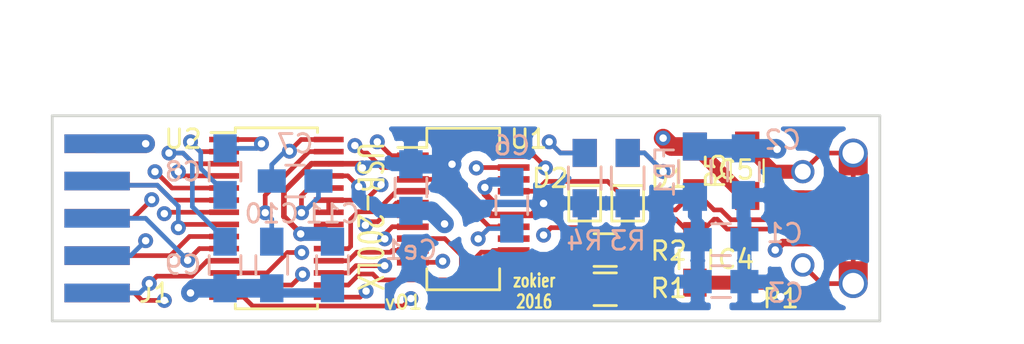
<source format=kicad_pcb>
(kicad_pcb (version 4) (host pcbnew 4.0.7)

  (general
    (links 71)
    (no_connects 0)
    (area 18.133571 25.3 76.85 43.47)
    (thickness 1.6)
    (drawings 9)
    (tracks 368)
    (zones 0)
    (modules 24)
    (nets 41)
  )

  (page A4)
  (layers
    (0 F.Cu signal)
    (1 In1.Cu power)
    (2 In2.Cu signal)
    (31 B.Cu signal)
    (32 B.Adhes user)
    (33 F.Adhes user)
    (34 B.Paste user)
    (35 F.Paste user)
    (36 B.SilkS user)
    (37 F.SilkS user)
    (38 B.Mask user)
    (39 F.Mask user)
    (40 Dwgs.User user)
    (41 Cmts.User user)
    (42 Eco1.User user)
    (43 Eco2.User user)
    (44 Edge.Cuts user)
    (45 Margin user)
    (46 B.CrtYd user)
    (47 F.CrtYd user)
    (48 B.Fab user)
    (49 F.Fab user)
  )

  (setup
    (last_trace_width 0.75)
    (user_trace_width 0.3)
    (user_trace_width 0.35)
    (user_trace_width 0.4)
    (user_trace_width 0.5)
    (user_trace_width 0.75)
    (user_trace_width 1)
    (trace_clearance 0.195)
    (zone_clearance 0.5)
    (zone_45_only yes)
    (trace_min 0.2)
    (segment_width 0.2)
    (edge_width 0.15)
    (via_size 0.8)
    (via_drill 0.4)
    (via_min_size 0.4)
    (via_min_drill 0.3)
    (uvia_size 0.3)
    (uvia_drill 0.1)
    (uvias_allowed no)
    (uvia_min_size 0.2)
    (uvia_min_drill 0.1)
    (pcb_text_width 0.3)
    (pcb_text_size 1.5 1.5)
    (mod_edge_width 0.15)
    (mod_text_size 1 1)
    (mod_text_width 0.15)
    (pad_size 1.2 1.55)
    (pad_drill 0)
    (pad_to_mask_clearance 0.1)
    (aux_axis_origin 0 0)
    (visible_elements FFFEFF7F)
    (pcbplotparams
      (layerselection 0x00030_ffffffff)
      (usegerberextensions false)
      (excludeedgelayer true)
      (linewidth 0.100000)
      (plotframeref false)
      (viasonmask false)
      (mode 1)
      (useauxorigin false)
      (hpglpennumber 1)
      (hpglpenspeed 20)
      (hpglpendiameter 15)
      (hpglpenoverlay 2)
      (psnegative false)
      (psa4output false)
      (plotreference true)
      (plotvalue true)
      (plotinvisibletext false)
      (padsonsilk false)
      (subtractmaskfromsilk false)
      (outputformat 1)
      (mirror false)
      (drillshape 1)
      (scaleselection 1)
      (outputdirectory svg/))
  )

  (net 0 "")
  (net 1 5VUSB)
  (net 2 GND)
  (net 3 "Net-(C6-Pad2)")
  (net 4 "Net-(C7-Pad1)")
  (net 5 "Net-(C7-Pad2)")
  (net 6 "Net-(C8-Pad1)")
  (net 7 "Net-(C8-Pad2)")
  (net 8 "Net-(C9-Pad1)")
  (net 9 "Net-(C10-Pad1)")
  (net 10 "Net-(D1-Pad1)")
  (net 11 "Net-(D1-Pad2)")
  (net 12 "Net-(D2-Pad1)")
  (net 13 "Net-(D2-Pad2)")
  (net 14 "Net-(J1-Pad6)")
  (net 15 "Net-(J1-Pad2)")
  (net 16 "Net-(J1-Pad3)")
  (net 17 "Net-(J1-Pad4)")
  (net 18 "Net-(J1-Pad1)")
  (net 19 "Net-(J1-Pad7)")
  (net 20 "Net-(J1-Pad8)")
  (net 21 "Net-(J1-Pad9)")
  (net 22 "Net-(P1-Pad4)")
  (net 23 "Net-(U1-Pad1)")
  (net 24 "Net-(U1-Pad2)")
  (net 25 "Net-(U1-Pad4)")
  (net 26 "Net-(U1-Pad5)")
  (net 27 "Net-(U1-Pad7)")
  (net 28 "Net-(U1-Pad8)")
  (net 29 "Net-(U1-Pad9)")
  (net 30 "Net-(U1-Pad18)")
  (net 31 "Net-(U1-Pad19)")
  (net 32 "Net-(U1-Pad20)")
  (net 33 "Net-(U2-Pad20)")
  (net 34 "Net-(U2-Pad21)")
  (net 35 /USB_D-)
  (net 36 /USB_D+)
  (net 37 /USB_DR+)
  (net 38 /USB_DR-)
  (net 39 /VUSB_R)
  (net 40 "Net-(P1-Pad6)")

  (net_class Default "This is the default net class."
    (clearance 0.195)
    (trace_width 0.25)
    (via_dia 0.8)
    (via_drill 0.4)
    (uvia_dia 0.3)
    (uvia_drill 0.1)
    (add_net /USB_D+)
    (add_net /USB_D-)
    (add_net /USB_DR+)
    (add_net /USB_DR-)
    (add_net /VUSB_R)
    (add_net 5VUSB)
    (add_net GND)
    (add_net "Net-(C10-Pad1)")
    (add_net "Net-(C6-Pad2)")
    (add_net "Net-(C7-Pad1)")
    (add_net "Net-(C7-Pad2)")
    (add_net "Net-(C8-Pad1)")
    (add_net "Net-(C8-Pad2)")
    (add_net "Net-(C9-Pad1)")
    (add_net "Net-(D1-Pad1)")
    (add_net "Net-(D1-Pad2)")
    (add_net "Net-(D2-Pad1)")
    (add_net "Net-(D2-Pad2)")
    (add_net "Net-(J1-Pad1)")
    (add_net "Net-(J1-Pad2)")
    (add_net "Net-(J1-Pad3)")
    (add_net "Net-(J1-Pad4)")
    (add_net "Net-(J1-Pad6)")
    (add_net "Net-(J1-Pad7)")
    (add_net "Net-(J1-Pad8)")
    (add_net "Net-(J1-Pad9)")
    (add_net "Net-(P1-Pad4)")
    (add_net "Net-(P1-Pad6)")
    (add_net "Net-(U1-Pad1)")
    (add_net "Net-(U1-Pad18)")
    (add_net "Net-(U1-Pad19)")
    (add_net "Net-(U1-Pad2)")
    (add_net "Net-(U1-Pad20)")
    (add_net "Net-(U1-Pad4)")
    (add_net "Net-(U1-Pad5)")
    (add_net "Net-(U1-Pad7)")
    (add_net "Net-(U1-Pad8)")
    (add_net "Net-(U1-Pad9)")
    (add_net "Net-(U2-Pad20)")
    (add_net "Net-(U2-Pad21)")
  )

  (module Capacitors_SMD:C_0805_HandSoldering (layer B.Cu) (tedit 541A9B8D) (tstamp 57803476)
    (at 34 34.5 180)
    (descr "Capacitor SMD 0805, hand soldering")
    (tags "capacitor 0805")
    (path /577D8665)
    (attr smd)
    (fp_text reference C7 (at 0 2 180) (layer B.SilkS)
      (effects (font (size 1 1) (thickness 0.15)) (justify mirror))
    )
    (fp_text value C (at 0 -2.1 180) (layer B.Fab)
      (effects (font (size 1 1) (thickness 0.15)) (justify mirror))
    )
    (fp_line (start -2.3 1) (end 2.3 1) (layer B.CrtYd) (width 0.05))
    (fp_line (start -2.3 -1) (end 2.3 -1) (layer B.CrtYd) (width 0.05))
    (fp_line (start -2.3 1) (end -2.3 -1) (layer B.CrtYd) (width 0.05))
    (fp_line (start 2.3 1) (end 2.3 -1) (layer B.CrtYd) (width 0.05))
    (fp_line (start 0.5 0.85) (end -0.5 0.85) (layer B.SilkS) (width 0.15))
    (fp_line (start -0.5 -0.85) (end 0.5 -0.85) (layer B.SilkS) (width 0.15))
    (pad 1 smd rect (at -1.25 0 180) (size 1.5 1.25) (layers B.Cu B.Paste B.Mask)
      (net 4 "Net-(C7-Pad1)"))
    (pad 2 smd rect (at 1.25 0 180) (size 1.5 1.25) (layers B.Cu B.Paste B.Mask)
      (net 5 "Net-(C7-Pad2)"))
    (model Capacitors_SMD.3dshapes/C_0805_HandSoldering.wrl
      (at (xyz 0 0 0))
      (scale (xyz 1 1 1))
      (rotate (xyz 0 0 0))
    )
  )

  (module ssop_20:TSSOP-28 (layer F.Cu) (tedit 577FDE42) (tstamp 5780354F)
    (at 33 36.5 270)
    (path /577D6896)
    (fp_text reference U2 (at -4.25 5 360) (layer F.SilkS)
      (effects (font (size 1 1) (thickness 0.15)))
    )
    (fp_text value TRS3243E (at 0 0 270) (layer F.Fab)
      (effects (font (size 1 1) (thickness 0.15)))
    )
    (fp_line (start -4.6 2.2) (end -4.6 3.5) (layer F.SilkS) (width 0.15))
    (fp_line (start -4.85 2.2) (end -4.6 2.2) (layer F.SilkS) (width 0.15))
    (fp_line (start -4.85 -2.2) (end -4.6 -2.2) (layer F.SilkS) (width 0.15))
    (fp_line (start 4.85 2.2) (end 4.6 2.2) (layer F.SilkS) (width 0.15))
    (fp_line (start 4.85 -2.2) (end 4.6 -2.2) (layer F.SilkS) (width 0.15))
    (fp_line (start 4.85 -2.2) (end 4.85 2.2) (layer F.SilkS) (width 0.15))
    (fp_line (start -4.85 -2.2) (end -4.85 2.2) (layer F.SilkS) (width 0.15))
    (pad 1 smd rect (at -4.225 2.8 270) (size 0.3 1.6) (layers F.Cu F.Paste F.Mask)
      (net 7 "Net-(C8-Pad2)"))
    (pad 2 smd rect (at -3.575 2.8 270) (size 0.3 1.6) (layers F.Cu F.Paste F.Mask)
      (net 6 "Net-(C8-Pad1)"))
    (pad 3 smd rect (at -2.925 2.8 270) (size 0.3 1.6) (layers F.Cu F.Paste F.Mask)
      (net 8 "Net-(C9-Pad1)"))
    (pad 4 smd rect (at -2.275 2.8 270) (size 0.3 1.6) (layers F.Cu F.Paste F.Mask)
      (net 16 "Net-(J1-Pad3)"))
    (pad 5 smd rect (at -1.625 2.8 270) (size 0.3 1.6) (layers F.Cu F.Paste F.Mask)
      (net 19 "Net-(J1-Pad7)"))
    (pad 6 smd rect (at -0.975 2.8 270) (size 0.3 1.6) (layers F.Cu F.Paste F.Mask)
      (net 17 "Net-(J1-Pad4)"))
    (pad 7 smd rect (at -0.325 2.8 270) (size 0.3 1.6) (layers F.Cu F.Paste F.Mask)
      (net 18 "Net-(J1-Pad1)"))
    (pad 8 smd rect (at 0.325 2.8 270) (size 0.3 1.6) (layers F.Cu F.Paste F.Mask)
      (net 21 "Net-(J1-Pad9)"))
    (pad 9 smd rect (at 0.975 2.8 270) (size 0.3 1.6) (layers F.Cu F.Paste F.Mask)
      (net 15 "Net-(J1-Pad2)"))
    (pad 10 smd rect (at 1.625 2.8 270) (size 0.3 1.6) (layers F.Cu F.Paste F.Mask)
      (net 20 "Net-(J1-Pad8)"))
    (pad 11 smd rect (at 2.275 2.8 270) (size 0.3 1.6) (layers F.Cu F.Paste F.Mask)
      (net 14 "Net-(J1-Pad6)"))
    (pad 12 smd rect (at 2.925 2.8 270) (size 0.3 1.6) (layers F.Cu F.Paste F.Mask)
      (net 23 "Net-(U1-Pad1)"))
    (pad 13 smd rect (at 3.575 2.8 270) (size 0.3 1.6) (layers F.Cu F.Paste F.Mask)
      (net 24 "Net-(U1-Pad2)"))
    (pad 14 smd rect (at 4.225 2.8 270) (size 0.3 1.6) (layers F.Cu F.Paste F.Mask)
      (net 32 "Net-(U1-Pad20)"))
    (pad 15 smd rect (at 4.225 -2.8 270) (size 0.3 1.6) (layers F.Cu F.Paste F.Mask)
      (net 26 "Net-(U1-Pad5)"))
    (pad 16 smd rect (at 3.575 -2.8 270) (size 0.3 1.6) (layers F.Cu F.Paste F.Mask)
      (net 28 "Net-(U1-Pad8)"))
    (pad 17 smd rect (at 2.925 -2.8 270) (size 0.3 1.6) (layers F.Cu F.Paste F.Mask)
      (net 27 "Net-(U1-Pad7)"))
    (pad 18 smd rect (at 2.275 -2.8 270) (size 0.3 1.6) (layers F.Cu F.Paste F.Mask)
      (net 29 "Net-(U1-Pad9)"))
    (pad 19 smd rect (at 1.625 -2.8 270) (size 0.3 1.6) (layers F.Cu F.Paste F.Mask)
      (net 25 "Net-(U1-Pad4)"))
    (pad 20 smd rect (at 0.975 -2.8 270) (size 0.3 1.6) (layers F.Cu F.Paste F.Mask)
      (net 33 "Net-(U2-Pad20)"))
    (pad 21 smd rect (at 0.325 -2.8 270) (size 0.3 1.6) (layers F.Cu F.Paste F.Mask)
      (net 34 "Net-(U2-Pad21)"))
    (pad 22 smd rect (at -0.325 -2.8 270) (size 0.3 1.6) (layers F.Cu F.Paste F.Mask)
      (net 31 "Net-(U1-Pad19)"))
    (pad 23 smd rect (at -0.975 -2.8 270) (size 0.3 1.6) (layers F.Cu F.Paste F.Mask)
      (net 31 "Net-(U1-Pad19)"))
    (pad 24 smd rect (at -1.625 -2.8 270) (size 0.3 1.6) (layers F.Cu F.Paste F.Mask)
      (net 4 "Net-(C7-Pad1)"))
    (pad 25 smd rect (at -2.275 -2.8 270) (size 0.3 1.6) (layers F.Cu F.Paste F.Mask)
      (net 2 GND))
    (pad 26 smd rect (at -2.925 -2.8 270) (size 0.3 1.6) (layers F.Cu F.Paste F.Mask)
      (net 1 5VUSB))
    (pad 27 smd rect (at -3.575 -2.8 270) (size 0.3 1.6) (layers F.Cu F.Paste F.Mask)
      (net 9 "Net-(C10-Pad1)"))
    (pad 28 smd rect (at -4.225 -2.8 270) (size 0.3 1.6) (layers F.Cu F.Paste F.Mask)
      (net 5 "Net-(C7-Pad2)"))
  )

  (module ssop_20:SSOP-20_3.9mm (layer F.Cu) (tedit 577EA158) (tstamp 57803528)
    (at 43 36 270)
    (path /577D45E6)
    (fp_text reference U1 (at -3.75 -3.5 540) (layer F.SilkS)
      (effects (font (size 1 1) (thickness 0.15)))
    )
    (fp_text value FT231XS (at -0.1575 -0.1 270) (layer F.Fab)
      (effects (font (size 1 1) (thickness 0.15)))
    )
    (fp_line (start -3.3 3.5) (end -3.3 1.95) (layer F.SilkS) (width 0.15))
    (fp_line (start -4.33 1.95) (end -3.3 1.95) (layer F.SilkS) (width 0.15))
    (fp_line (start -4.33 -1.95) (end -3.2 -1.95) (layer F.SilkS) (width 0.15))
    (fp_line (start -4.33 1.95) (end -4.33 -1.95) (layer F.SilkS) (width 0.15))
    (fp_line (start 4.33 1.95) (end 3.2 1.95) (layer F.SilkS) (width 0.15))
    (fp_line (start 4.33 -1.95) (end 4.33 1.95) (layer F.SilkS) (width 0.15))
    (fp_line (start 3.2 -1.95) (end 4.33 -1.95) (layer F.SilkS) (width 0.15))
    (pad 1 smd rect (at -2.8575 2.7 270) (size 0.35 1.7) (layers F.Cu F.Paste F.Mask)
      (net 23 "Net-(U1-Pad1)"))
    (pad 2 smd rect (at -2.2225 2.7 270) (size 0.35 1.7) (layers F.Cu F.Paste F.Mask)
      (net 24 "Net-(U1-Pad2)"))
    (pad 3 smd rect (at -1.5875 2.7 270) (size 0.35 1.7) (layers F.Cu F.Paste F.Mask)
      (net 3 "Net-(C6-Pad2)"))
    (pad 4 smd rect (at -0.9525 2.7 270) (size 0.35 1.7) (layers F.Cu F.Paste F.Mask)
      (net 25 "Net-(U1-Pad4)"))
    (pad 5 smd rect (at -0.3175 2.7 270) (size 0.35 1.7) (layers F.Cu F.Paste F.Mask)
      (net 26 "Net-(U1-Pad5)"))
    (pad 6 smd rect (at 0.3175 2.7 270) (size 0.35 1.7) (layers F.Cu F.Paste F.Mask)
      (net 2 GND))
    (pad 7 smd rect (at 0.9525 2.7 270) (size 0.35 1.7) (layers F.Cu F.Paste F.Mask)
      (net 27 "Net-(U1-Pad7)"))
    (pad 8 smd rect (at 1.5875 2.7 270) (size 0.35 1.7) (layers F.Cu F.Paste F.Mask)
      (net 28 "Net-(U1-Pad8)"))
    (pad 9 smd rect (at 2.2225 2.7 270) (size 0.35 1.7) (layers F.Cu F.Paste F.Mask)
      (net 29 "Net-(U1-Pad9)"))
    (pad 10 smd rect (at 2.8575 2.7 270) (size 0.35 1.7) (layers F.Cu F.Paste F.Mask)
      (net 12 "Net-(D2-Pad1)"))
    (pad 11 smd rect (at 2.8575 -2.7 270) (size 0.35 1.7) (layers F.Cu F.Paste F.Mask)
      (net 37 /USB_DR+))
    (pad 12 smd rect (at 2.2225 -2.7 270) (size 0.35 1.7) (layers F.Cu F.Paste F.Mask)
      (net 38 /USB_DR-))
    (pad 13 smd rect (at 1.5875 -2.7 270) (size 0.35 1.7) (layers F.Cu F.Paste F.Mask)
      (net 3 "Net-(C6-Pad2)"))
    (pad 14 smd rect (at 0.9525 -2.7 270) (size 0.35 1.7) (layers F.Cu F.Paste F.Mask)
      (net 3 "Net-(C6-Pad2)"))
    (pad 15 smd rect (at 0.3175 -2.7 270) (size 0.35 1.7) (layers F.Cu F.Paste F.Mask)
      (net 1 5VUSB))
    (pad 16 smd rect (at -0.3175 -2.7 270) (size 0.35 1.7) (layers F.Cu F.Paste F.Mask)
      (net 2 GND))
    (pad 17 smd rect (at -0.9525 -2.7 270) (size 0.35 1.7) (layers F.Cu F.Paste F.Mask)
      (net 10 "Net-(D1-Pad1)"))
    (pad 18 smd rect (at -1.5875 -2.7 270) (size 0.35 1.7) (layers F.Cu F.Paste F.Mask)
      (net 30 "Net-(U1-Pad18)"))
    (pad 19 smd rect (at -2.2225 -2.7 270) (size 0.35 1.7) (layers F.Cu F.Paste F.Mask)
      (net 31 "Net-(U1-Pad19)"))
    (pad 20 smd rect (at -2.8575 -2.7 270) (size 0.35 1.7) (layers F.Cu F.Paste F.Mask)
      (net 32 "Net-(U1-Pad20)"))
  )

  (module Capacitors_SMD:C_0805_HandSoldering (layer B.Cu) (tedit 5787C5CA) (tstamp 57803458)
    (at 58 34 270)
    (descr "Capacitor SMD 0805, hand soldering")
    (tags "capacitor 0805")
    (path /577D49E2)
    (attr smd)
    (fp_text reference C2 (at -1.7 -2.1 360) (layer B.SilkS)
      (effects (font (size 1 1) (thickness 0.15)) (justify mirror))
    )
    (fp_text value C (at 0 -2.1 270) (layer B.Fab)
      (effects (font (size 1 1) (thickness 0.15)) (justify mirror))
    )
    (fp_line (start -2.3 1) (end 2.3 1) (layer B.CrtYd) (width 0.05))
    (fp_line (start -2.3 -1) (end 2.3 -1) (layer B.CrtYd) (width 0.05))
    (fp_line (start -2.3 1) (end -2.3 -1) (layer B.CrtYd) (width 0.05))
    (fp_line (start 2.3 1) (end 2.3 -1) (layer B.CrtYd) (width 0.05))
    (fp_line (start 0.5 0.85) (end -0.5 0.85) (layer B.SilkS) (width 0.15))
    (fp_line (start -0.5 -0.85) (end 0.5 -0.85) (layer B.SilkS) (width 0.15))
    (pad 1 smd rect (at -1.25 0 270) (size 1.5 1.25) (layers B.Cu B.Paste B.Mask)
      (net 39 /VUSB_R))
    (pad 2 smd rect (at 1.25 0 270) (size 1.5 1.25) (layers B.Cu B.Paste B.Mask)
      (net 2 GND))
    (model Capacitors_SMD.3dshapes/C_0805_HandSoldering.wrl
      (at (xyz 0 0 0))
      (scale (xyz 1 1 1))
      (rotate (xyz 0 0 0))
    )
  )

  (module Capacitors_SMD:C_0805_HandSoldering (layer B.Cu) (tedit 5787C598) (tstamp 57803452)
    (at 56.8 37.642524)
    (descr "Capacitor SMD 0805, hand soldering")
    (tags "capacitor 0805")
    (path /577D4AEA)
    (attr smd)
    (fp_text reference C1 (at 3.4 -0.342524) (layer B.SilkS)
      (effects (font (size 1 1) (thickness 0.15)) (justify mirror))
    )
    (fp_text value C (at 0 -2.1) (layer B.Fab)
      (effects (font (size 1 1) (thickness 0.15)) (justify mirror))
    )
    (fp_line (start -2.3 1) (end 2.3 1) (layer B.CrtYd) (width 0.05))
    (fp_line (start -2.3 -1) (end 2.3 -1) (layer B.CrtYd) (width 0.05))
    (fp_line (start -2.3 1) (end -2.3 -1) (layer B.CrtYd) (width 0.05))
    (fp_line (start 2.3 1) (end 2.3 -1) (layer B.CrtYd) (width 0.05))
    (fp_line (start 0.5 0.85) (end -0.5 0.85) (layer B.SilkS) (width 0.15))
    (fp_line (start -0.5 -0.85) (end 0.5 -0.85) (layer B.SilkS) (width 0.15))
    (pad 1 smd rect (at -1.25 0) (size 1.5 1.25) (layers B.Cu B.Paste B.Mask)
      (net 1 5VUSB))
    (pad 2 smd rect (at 1.25 0) (size 1.5 1.25) (layers B.Cu B.Paste B.Mask)
      (net 2 GND))
    (model Capacitors_SMD.3dshapes/C_0805_HandSoldering.wrl
      (at (xyz 0 0 0))
      (scale (xyz 1 1 1))
      (rotate (xyz 0 0 0))
    )
  )

  (module Capacitors_SMD:C_0805_HandSoldering (layer B.Cu) (tedit 5787C5AA) (tstamp 5780345E)
    (at 56.8 39.892524)
    (descr "Capacitor SMD 0805, hand soldering")
    (tags "capacitor 0805")
    (path /577D4B26)
    (attr smd)
    (fp_text reference C3 (at 3.45 0.607476) (layer B.SilkS)
      (effects (font (size 1 1) (thickness 0.15)) (justify mirror))
    )
    (fp_text value C (at 0 -2.1) (layer B.Fab)
      (effects (font (size 1 1) (thickness 0.15)) (justify mirror))
    )
    (fp_line (start -2.3 1) (end 2.3 1) (layer B.CrtYd) (width 0.05))
    (fp_line (start -2.3 -1) (end 2.3 -1) (layer B.CrtYd) (width 0.05))
    (fp_line (start -2.3 1) (end -2.3 -1) (layer B.CrtYd) (width 0.05))
    (fp_line (start 2.3 1) (end 2.3 -1) (layer B.CrtYd) (width 0.05))
    (fp_line (start 0.5 0.85) (end -0.5 0.85) (layer B.SilkS) (width 0.15))
    (fp_line (start -0.5 -0.85) (end 0.5 -0.85) (layer B.SilkS) (width 0.15))
    (pad 1 smd rect (at -1.25 0) (size 1.5 1.25) (layers B.Cu B.Paste B.Mask)
      (net 1 5VUSB))
    (pad 2 smd rect (at 1.25 0) (size 1.5 1.25) (layers B.Cu B.Paste B.Mask)
      (net 2 GND))
    (model Capacitors_SMD.3dshapes/C_0805_HandSoldering.wrl
      (at (xyz 0 0 0))
      (scale (xyz 1 1 1))
      (rotate (xyz 0 0 0))
    )
  )

  (module Capacitors_SMD:C_0805_HandSoldering (layer F.Cu) (tedit 541A9B8D) (tstamp 57803464)
    (at 55.4 38.7 270)
    (descr "Capacitor SMD 0805, hand soldering")
    (tags "capacitor 0805")
    (path /577D4A58)
    (attr smd)
    (fp_text reference C4 (at 0 -2.2 360) (layer F.SilkS)
      (effects (font (size 1 1) (thickness 0.15)))
    )
    (fp_text value C (at 0 2.1 270) (layer F.Fab)
      (effects (font (size 1 1) (thickness 0.15)))
    )
    (fp_line (start -2.3 -1) (end 2.3 -1) (layer F.CrtYd) (width 0.05))
    (fp_line (start -2.3 1) (end 2.3 1) (layer F.CrtYd) (width 0.05))
    (fp_line (start -2.3 -1) (end -2.3 1) (layer F.CrtYd) (width 0.05))
    (fp_line (start 2.3 -1) (end 2.3 1) (layer F.CrtYd) (width 0.05))
    (fp_line (start 0.5 -0.85) (end -0.5 -0.85) (layer F.SilkS) (width 0.15))
    (fp_line (start -0.5 0.85) (end 0.5 0.85) (layer F.SilkS) (width 0.15))
    (pad 1 smd rect (at -1.25 0 270) (size 1.5 1.25) (layers F.Cu F.Paste F.Mask)
      (net 35 /USB_D-))
    (pad 2 smd rect (at 1.25 0 270) (size 1.5 1.25) (layers F.Cu F.Paste F.Mask)
      (net 2 GND))
    (model Capacitors_SMD.3dshapes/C_0805_HandSoldering.wrl
      (at (xyz 0 0 0))
      (scale (xyz 1 1 1))
      (rotate (xyz 0 0 0))
    )
  )

  (module Capacitors_SMD:C_0805_HandSoldering (layer F.Cu) (tedit 541A9B8D) (tstamp 5780346A)
    (at 55.4 33.9 90)
    (descr "Capacitor SMD 0805, hand soldering")
    (tags "capacitor 0805")
    (path /577D4A9E)
    (attr smd)
    (fp_text reference C5 (at 0 2.2 180) (layer F.SilkS)
      (effects (font (size 1 1) (thickness 0.15)))
    )
    (fp_text value C (at 0 2.1 90) (layer F.Fab)
      (effects (font (size 1 1) (thickness 0.15)))
    )
    (fp_line (start -2.3 -1) (end 2.3 -1) (layer F.CrtYd) (width 0.05))
    (fp_line (start -2.3 1) (end 2.3 1) (layer F.CrtYd) (width 0.05))
    (fp_line (start -2.3 -1) (end -2.3 1) (layer F.CrtYd) (width 0.05))
    (fp_line (start 2.3 -1) (end 2.3 1) (layer F.CrtYd) (width 0.05))
    (fp_line (start 0.5 -0.85) (end -0.5 -0.85) (layer F.SilkS) (width 0.15))
    (fp_line (start -0.5 0.85) (end 0.5 0.85) (layer F.SilkS) (width 0.15))
    (pad 1 smd rect (at -1.25 0 90) (size 1.5 1.25) (layers F.Cu F.Paste F.Mask)
      (net 36 /USB_D+))
    (pad 2 smd rect (at 1.25 0 90) (size 1.5 1.25) (layers F.Cu F.Paste F.Mask)
      (net 2 GND))
    (model Capacitors_SMD.3dshapes/C_0805_HandSoldering.wrl
      (at (xyz 0 0 0))
      (scale (xyz 1 1 1))
      (rotate (xyz 0 0 0))
    )
  )

  (module Capacitors_SMD:C_0805_HandSoldering (layer B.Cu) (tedit 541A9B8D) (tstamp 57803470)
    (at 45.6 35.8 270)
    (descr "Capacitor SMD 0805, hand soldering")
    (tags "capacitor 0805")
    (path /577D4B60)
    (attr smd)
    (fp_text reference C6 (at -3.2 0 540) (layer B.SilkS)
      (effects (font (size 1 1) (thickness 0.15)) (justify mirror))
    )
    (fp_text value C (at 0 -2.1 270) (layer B.Fab)
      (effects (font (size 1 1) (thickness 0.15)) (justify mirror))
    )
    (fp_line (start -2.3 1) (end 2.3 1) (layer B.CrtYd) (width 0.05))
    (fp_line (start -2.3 -1) (end 2.3 -1) (layer B.CrtYd) (width 0.05))
    (fp_line (start -2.3 1) (end -2.3 -1) (layer B.CrtYd) (width 0.05))
    (fp_line (start 2.3 1) (end 2.3 -1) (layer B.CrtYd) (width 0.05))
    (fp_line (start 0.5 0.85) (end -0.5 0.85) (layer B.SilkS) (width 0.15))
    (fp_line (start -0.5 -0.85) (end 0.5 -0.85) (layer B.SilkS) (width 0.15))
    (pad 1 smd rect (at -1.25 0 270) (size 1.5 1.25) (layers B.Cu B.Paste B.Mask)
      (net 2 GND))
    (pad 2 smd rect (at 1.25 0 270) (size 1.5 1.25) (layers B.Cu B.Paste B.Mask)
      (net 3 "Net-(C6-Pad2)"))
    (model Capacitors_SMD.3dshapes/C_0805_HandSoldering.wrl
      (at (xyz 0 0 0))
      (scale (xyz 1 1 1))
      (rotate (xyz 0 0 0))
    )
  )

  (module Capacitors_SMD:C_0805_HandSoldering (layer B.Cu) (tedit 541A9B8D) (tstamp 5780347C)
    (at 30.25 34 90)
    (descr "Capacitor SMD 0805, hand soldering")
    (tags "capacitor 0805")
    (path /577D8717)
    (attr smd)
    (fp_text reference C8 (at 0 -2.25 360) (layer B.SilkS)
      (effects (font (size 1 1) (thickness 0.15)) (justify mirror))
    )
    (fp_text value C (at 0 -2.1 90) (layer B.Fab)
      (effects (font (size 1 1) (thickness 0.15)) (justify mirror))
    )
    (fp_line (start -2.3 1) (end 2.3 1) (layer B.CrtYd) (width 0.05))
    (fp_line (start -2.3 -1) (end 2.3 -1) (layer B.CrtYd) (width 0.05))
    (fp_line (start -2.3 1) (end -2.3 -1) (layer B.CrtYd) (width 0.05))
    (fp_line (start 2.3 1) (end 2.3 -1) (layer B.CrtYd) (width 0.05))
    (fp_line (start 0.5 0.85) (end -0.5 0.85) (layer B.SilkS) (width 0.15))
    (fp_line (start -0.5 -0.85) (end 0.5 -0.85) (layer B.SilkS) (width 0.15))
    (pad 1 smd rect (at -1.25 0 90) (size 1.5 1.25) (layers B.Cu B.Paste B.Mask)
      (net 6 "Net-(C8-Pad1)"))
    (pad 2 smd rect (at 1.25 0 90) (size 1.5 1.25) (layers B.Cu B.Paste B.Mask)
      (net 7 "Net-(C8-Pad2)"))
    (model Capacitors_SMD.3dshapes/C_0805_HandSoldering.wrl
      (at (xyz 0 0 0))
      (scale (xyz 1 1 1))
      (rotate (xyz 0 0 0))
    )
  )

  (module Capacitors_SMD:C_0805_HandSoldering (layer B.Cu) (tedit 541A9B8D) (tstamp 57803482)
    (at 30.25 39 270)
    (descr "Capacitor SMD 0805, hand soldering")
    (tags "capacitor 0805")
    (path /577D879D)
    (attr smd)
    (fp_text reference C9 (at 0 2.25 360) (layer B.SilkS)
      (effects (font (size 1 1) (thickness 0.15)) (justify mirror))
    )
    (fp_text value C (at 0 -2.1 270) (layer B.Fab)
      (effects (font (size 1 1) (thickness 0.15)) (justify mirror))
    )
    (fp_line (start -2.3 1) (end 2.3 1) (layer B.CrtYd) (width 0.05))
    (fp_line (start -2.3 -1) (end 2.3 -1) (layer B.CrtYd) (width 0.05))
    (fp_line (start -2.3 1) (end -2.3 -1) (layer B.CrtYd) (width 0.05))
    (fp_line (start 2.3 1) (end 2.3 -1) (layer B.CrtYd) (width 0.05))
    (fp_line (start 0.5 0.85) (end -0.5 0.85) (layer B.SilkS) (width 0.15))
    (fp_line (start -0.5 -0.85) (end 0.5 -0.85) (layer B.SilkS) (width 0.15))
    (pad 1 smd rect (at -1.25 0 270) (size 1.5 1.25) (layers B.Cu B.Paste B.Mask)
      (net 8 "Net-(C9-Pad1)"))
    (pad 2 smd rect (at 1.25 0 270) (size 1.5 1.25) (layers B.Cu B.Paste B.Mask)
      (net 2 GND))
    (model Capacitors_SMD.3dshapes/C_0805_HandSoldering.wrl
      (at (xyz 0 0 0))
      (scale (xyz 1 1 1))
      (rotate (xyz 0 0 0))
    )
  )

  (module Capacitors_SMD:C_0805_HandSoldering (layer B.Cu) (tedit 541A9B8D) (tstamp 57803488)
    (at 32.75 39 270)
    (descr "Capacitor SMD 0805, hand soldering")
    (tags "capacitor 0805")
    (path /577D8825)
    (attr smd)
    (fp_text reference C10 (at -2.75 0 360) (layer B.SilkS)
      (effects (font (size 1 1) (thickness 0.15)) (justify mirror))
    )
    (fp_text value C (at 0 -2.1 270) (layer B.Fab)
      (effects (font (size 1 1) (thickness 0.15)) (justify mirror))
    )
    (fp_line (start -2.3 1) (end 2.3 1) (layer B.CrtYd) (width 0.05))
    (fp_line (start -2.3 -1) (end 2.3 -1) (layer B.CrtYd) (width 0.05))
    (fp_line (start -2.3 1) (end -2.3 -1) (layer B.CrtYd) (width 0.05))
    (fp_line (start 2.3 1) (end 2.3 -1) (layer B.CrtYd) (width 0.05))
    (fp_line (start 0.5 0.85) (end -0.5 0.85) (layer B.SilkS) (width 0.15))
    (fp_line (start -0.5 -0.85) (end 0.5 -0.85) (layer B.SilkS) (width 0.15))
    (pad 1 smd rect (at -1.25 0 270) (size 1.5 1.25) (layers B.Cu B.Paste B.Mask)
      (net 9 "Net-(C10-Pad1)"))
    (pad 2 smd rect (at 1.25 0 270) (size 1.5 1.25) (layers B.Cu B.Paste B.Mask)
      (net 2 GND))
    (model Capacitors_SMD.3dshapes/C_0805_HandSoldering.wrl
      (at (xyz 0 0 0))
      (scale (xyz 1 1 1))
      (rotate (xyz 0 0 0))
    )
  )

  (module ssop_20:LED_0805_HandSoldering (layer F.Cu) (tedit 577FEB8D) (tstamp 57803498)
    (at 51.803275 34.343283 90)
    (descr "LED SMD 0805, hand soldering")
    (tags "LED  0805")
    (path /577D8DF5)
    (attr smd)
    (fp_text reference D1 (at -0.006717 2.196725 180) (layer F.SilkS)
      (effects (font (size 1 1) (thickness 0.15)))
    )
    (fp_text value LED (at 0 2.1 90) (layer F.Fab)
      (effects (font (size 1 1) (thickness 0.15)))
    )
    (fp_line (start -2.3 -0.85) (end -0.4 -0.85) (layer F.SilkS) (width 0.15))
    (fp_line (start -0.4 -0.85) (end -0.4 0.85) (layer F.SilkS) (width 0.15))
    (fp_line (start -0.4 0.85) (end -2.3 0.85) (layer F.SilkS) (width 0.15))
    (fp_line (start -2.3 0.85) (end -2.3 -0.85) (layer F.SilkS) (width 0.15))
    (fp_line (start -2.4 -1) (end 2.4 -1) (layer F.CrtYd) (width 0.05))
    (fp_line (start -2.4 1) (end 2.4 1) (layer F.CrtYd) (width 0.05))
    (fp_line (start -2.4 -1) (end -2.4 1) (layer F.CrtYd) (width 0.05))
    (fp_line (start 2.4 -1) (end 2.4 1) (layer F.CrtYd) (width 0.05))
    (fp_line (start 0.6 0.875) (end -0.6 0.875) (layer F.SilkS) (width 0.15))
    (fp_line (start -0.6 -0.875) (end 0.6 -0.875) (layer F.SilkS) (width 0.15))
    (pad 1 smd rect (at -1.35 0 90) (size 1.5 1.3) (layers F.Cu F.Paste F.Mask)
      (net 10 "Net-(D1-Pad1)"))
    (pad 2 smd rect (at 1.35 0 90) (size 1.5 1.3) (layers F.Cu F.Paste F.Mask)
      (net 11 "Net-(D1-Pad2)"))
  )

  (module ssop_20:LED_0805_HandSoldering (layer F.Cu) (tedit 577FEB8D) (tstamp 578034A8)
    (at 49.503275 34.343283 90)
    (descr "LED SMD 0805, hand soldering")
    (tags "LED  0805")
    (path /577D8EF2)
    (attr smd)
    (fp_text reference D2 (at -0.006717 -1.853275 360) (layer F.SilkS)
      (effects (font (size 1 1) (thickness 0.15)))
    )
    (fp_text value LED (at 0 2.1 90) (layer F.Fab)
      (effects (font (size 1 1) (thickness 0.15)))
    )
    (fp_line (start -2.3 -0.85) (end -0.4 -0.85) (layer F.SilkS) (width 0.15))
    (fp_line (start -0.4 -0.85) (end -0.4 0.85) (layer F.SilkS) (width 0.15))
    (fp_line (start -0.4 0.85) (end -2.3 0.85) (layer F.SilkS) (width 0.15))
    (fp_line (start -2.3 0.85) (end -2.3 -0.85) (layer F.SilkS) (width 0.15))
    (fp_line (start -2.4 -1) (end 2.4 -1) (layer F.CrtYd) (width 0.05))
    (fp_line (start -2.4 1) (end 2.4 1) (layer F.CrtYd) (width 0.05))
    (fp_line (start -2.4 -1) (end -2.4 1) (layer F.CrtYd) (width 0.05))
    (fp_line (start 2.4 -1) (end 2.4 1) (layer F.CrtYd) (width 0.05))
    (fp_line (start 0.6 0.875) (end -0.6 0.875) (layer F.SilkS) (width 0.15))
    (fp_line (start -0.6 -0.875) (end 0.6 -0.875) (layer F.SilkS) (width 0.15))
    (pad 1 smd rect (at -1.35 0 90) (size 1.5 1.3) (layers F.Cu F.Paste F.Mask)
      (net 12 "Net-(D2-Pad1)"))
    (pad 2 smd rect (at 1.35 0 90) (size 1.5 1.3) (layers F.Cu F.Paste F.Mask)
      (net 13 "Net-(D2-Pad2)"))
  )

  (module Resistors_SMD:R_0805_HandSoldering (layer B.Cu) (tedit 54189DEE) (tstamp 578034B4)
    (at 55.4 34 270)
    (descr "Resistor SMD 0805, hand soldering")
    (tags "resistor 0805")
    (path /577D52F4)
    (attr smd)
    (fp_text reference FB1 (at 0 1.6 270) (layer B.SilkS)
      (effects (font (size 1 1) (thickness 0.15)) (justify mirror))
    )
    (fp_text value FERRITE (at 0 -2.1 270) (layer B.Fab)
      (effects (font (size 1 1) (thickness 0.15)) (justify mirror))
    )
    (fp_line (start -2.4 1) (end 2.4 1) (layer B.CrtYd) (width 0.05))
    (fp_line (start -2.4 -1) (end 2.4 -1) (layer B.CrtYd) (width 0.05))
    (fp_line (start -2.4 1) (end -2.4 -1) (layer B.CrtYd) (width 0.05))
    (fp_line (start 2.4 1) (end 2.4 -1) (layer B.CrtYd) (width 0.05))
    (fp_line (start 0.6 -0.875) (end -0.6 -0.875) (layer B.SilkS) (width 0.15))
    (fp_line (start -0.6 0.875) (end 0.6 0.875) (layer B.SilkS) (width 0.15))
    (pad 1 smd rect (at -1.35 0 270) (size 1.5 1.3) (layers B.Cu B.Paste B.Mask)
      (net 39 /VUSB_R))
    (pad 2 smd rect (at 1.35 0 270) (size 1.5 1.3) (layers B.Cu B.Paste B.Mask)
      (net 1 5VUSB))
    (model Resistors_SMD.3dshapes/R_0805_HandSoldering.wrl
      (at (xyz 0 0 0))
      (scale (xyz 1 1 1))
      (rotate (xyz 0 0 0))
    )
  )

  (module ssop_20:CONN_02x05_2mm (layer F.Cu) (tedit 5780035D) (tstamp 578034C2)
    (at 23.4 36.5 180)
    (path /577D7945)
    (fp_text reference J1 (at -3.1 -4 180) (layer F.SilkS)
      (effects (font (size 1 1) (thickness 0.15)))
    )
    (fp_text value 200LX_02X05 (at 0 6 180) (layer F.Fab)
      (effects (font (size 1 1) (thickness 0.15)))
    )
    (pad 6 smd rect (at 0 -4 180) (size 3.5 1) (layers B.Cu B.Paste B.Mask)
      (net 14 "Net-(J1-Pad6)"))
    (pad 2 smd rect (at 0 -2 180) (size 3.5 1) (layers F.Cu F.Paste F.Mask)
      (net 15 "Net-(J1-Pad2)"))
    (pad 3 smd rect (at 0 0 180) (size 3.5 1) (layers F.Cu F.Paste F.Mask)
      (net 16 "Net-(J1-Pad3)"))
    (pad 4 smd rect (at 0 2 180) (size 3.5 1) (layers F.Cu F.Paste F.Mask)
      (net 17 "Net-(J1-Pad4)"))
    (pad 5 smd rect (at 0 4 180) (size 3.5 1) (layers F.Cu F.Paste F.Mask)
      (net 2 GND))
    (pad 1 smd rect (at 0 -4 180) (size 3.5 1) (layers F.Cu F.Paste F.Mask)
      (net 18 "Net-(J1-Pad1)"))
    (pad 7 smd rect (at 0 -2 180) (size 3.5 1) (layers B.Cu B.Paste B.Mask)
      (net 19 "Net-(J1-Pad7)"))
    (pad 8 smd rect (at 0 0 180) (size 3.5 1) (layers B.Cu B.Paste B.Mask)
      (net 20 "Net-(J1-Pad8)"))
    (pad 9 smd rect (at 0 2 180) (size 3.5 1) (layers B.Cu B.Paste B.Mask)
      (net 21 "Net-(J1-Pad9)"))
    (pad 10 smd rect (at 0 4 180) (size 3.5 1) (layers B.Cu B.Paste B.Mask)
      (net 2 GND))
  )

  (module Resistors_SMD:R_0805_HandSoldering (layer F.Cu) (tedit 54189DEE) (tstamp 578034E5)
    (at 50.6 40.3)
    (descr "Resistor SMD 0805, hand soldering")
    (tags "resistor 0805")
    (path /577D48F5)
    (attr smd)
    (fp_text reference R1 (at 3.4 -0.05) (layer F.SilkS)
      (effects (font (size 1 1) (thickness 0.15)))
    )
    (fp_text value 27R (at 0 2.1) (layer F.Fab)
      (effects (font (size 1 1) (thickness 0.15)))
    )
    (fp_line (start -2.4 -1) (end 2.4 -1) (layer F.CrtYd) (width 0.05))
    (fp_line (start -2.4 1) (end 2.4 1) (layer F.CrtYd) (width 0.05))
    (fp_line (start -2.4 -1) (end -2.4 1) (layer F.CrtYd) (width 0.05))
    (fp_line (start 2.4 -1) (end 2.4 1) (layer F.CrtYd) (width 0.05))
    (fp_line (start 0.6 0.875) (end -0.6 0.875) (layer F.SilkS) (width 0.15))
    (fp_line (start -0.6 -0.875) (end 0.6 -0.875) (layer F.SilkS) (width 0.15))
    (pad 1 smd rect (at -1.35 0) (size 1.5 1.3) (layers F.Cu F.Paste F.Mask)
      (net 38 /USB_DR-))
    (pad 2 smd rect (at 1.35 0) (size 1.5 1.3) (layers F.Cu F.Paste F.Mask)
      (net 35 /USB_D-))
    (model Resistors_SMD.3dshapes/R_0805_HandSoldering.wrl
      (at (xyz 0 0 0))
      (scale (xyz 1 1 1))
      (rotate (xyz 0 0 0))
    )
  )

  (module Resistors_SMD:R_0805_HandSoldering (layer F.Cu) (tedit 54189DEE) (tstamp 578034F1)
    (at 50.6 38.2)
    (descr "Resistor SMD 0805, hand soldering")
    (tags "resistor 0805")
    (path /577D497C)
    (attr smd)
    (fp_text reference R2 (at 3.4 0.05) (layer F.SilkS)
      (effects (font (size 1 1) (thickness 0.15)))
    )
    (fp_text value 27R (at 0 2.1) (layer F.Fab)
      (effects (font (size 1 1) (thickness 0.15)))
    )
    (fp_line (start -2.4 -1) (end 2.4 -1) (layer F.CrtYd) (width 0.05))
    (fp_line (start -2.4 1) (end 2.4 1) (layer F.CrtYd) (width 0.05))
    (fp_line (start -2.4 -1) (end -2.4 1) (layer F.CrtYd) (width 0.05))
    (fp_line (start 2.4 -1) (end 2.4 1) (layer F.CrtYd) (width 0.05))
    (fp_line (start 0.6 0.875) (end -0.6 0.875) (layer F.SilkS) (width 0.15))
    (fp_line (start -0.6 -0.875) (end 0.6 -0.875) (layer F.SilkS) (width 0.15))
    (pad 1 smd rect (at -1.35 0) (size 1.5 1.3) (layers F.Cu F.Paste F.Mask)
      (net 37 /USB_DR+))
    (pad 2 smd rect (at 1.35 0) (size 1.5 1.3) (layers F.Cu F.Paste F.Mask)
      (net 36 /USB_D+))
    (model Resistors_SMD.3dshapes/R_0805_HandSoldering.wrl
      (at (xyz 0 0 0))
      (scale (xyz 1 1 1))
      (rotate (xyz 0 0 0))
    )
  )

  (module Resistors_SMD:R_0805_HandSoldering (layer B.Cu) (tedit 54189DEE) (tstamp 578034FD)
    (at 51.803275 34.343283 90)
    (descr "Resistor SMD 0805, hand soldering")
    (tags "resistor 0805")
    (path /577D8F9F)
    (attr smd)
    (fp_text reference R3 (at -3.356717 -0.003275 360) (layer B.SilkS)
      (effects (font (size 1 1) (thickness 0.15)) (justify mirror))
    )
    (fp_text value 270R (at 0 -2.1 90) (layer B.Fab)
      (effects (font (size 1 1) (thickness 0.15)) (justify mirror))
    )
    (fp_line (start -2.4 1) (end 2.4 1) (layer B.CrtYd) (width 0.05))
    (fp_line (start -2.4 -1) (end 2.4 -1) (layer B.CrtYd) (width 0.05))
    (fp_line (start -2.4 1) (end -2.4 -1) (layer B.CrtYd) (width 0.05))
    (fp_line (start 2.4 1) (end 2.4 -1) (layer B.CrtYd) (width 0.05))
    (fp_line (start 0.6 -0.875) (end -0.6 -0.875) (layer B.SilkS) (width 0.15))
    (fp_line (start -0.6 0.875) (end 0.6 0.875) (layer B.SilkS) (width 0.15))
    (pad 1 smd rect (at -1.35 0 90) (size 1.5 1.3) (layers B.Cu B.Paste B.Mask)
      (net 1 5VUSB))
    (pad 2 smd rect (at 1.35 0 90) (size 1.5 1.3) (layers B.Cu B.Paste B.Mask)
      (net 11 "Net-(D1-Pad2)"))
    (model Resistors_SMD.3dshapes/R_0805_HandSoldering.wrl
      (at (xyz 0 0 0))
      (scale (xyz 1 1 1))
      (rotate (xyz 0 0 0))
    )
  )

  (module Resistors_SMD:R_0805_HandSoldering (layer B.Cu) (tedit 54189DEE) (tstamp 57803509)
    (at 49.503275 34.343283 90)
    (descr "Resistor SMD 0805, hand soldering")
    (tags "resistor 0805")
    (path /577D8FFB)
    (attr smd)
    (fp_text reference R4 (at -3.356717 -0.003275 360) (layer B.SilkS)
      (effects (font (size 1 1) (thickness 0.15)) (justify mirror))
    )
    (fp_text value 270R (at 0 -2.1 90) (layer B.Fab)
      (effects (font (size 1 1) (thickness 0.15)) (justify mirror))
    )
    (fp_line (start -2.4 1) (end 2.4 1) (layer B.CrtYd) (width 0.05))
    (fp_line (start -2.4 -1) (end 2.4 -1) (layer B.CrtYd) (width 0.05))
    (fp_line (start -2.4 1) (end -2.4 -1) (layer B.CrtYd) (width 0.05))
    (fp_line (start 2.4 1) (end 2.4 -1) (layer B.CrtYd) (width 0.05))
    (fp_line (start 0.6 -0.875) (end -0.6 -0.875) (layer B.SilkS) (width 0.15))
    (fp_line (start -0.6 0.875) (end 0.6 0.875) (layer B.SilkS) (width 0.15))
    (pad 1 smd rect (at -1.35 0 90) (size 1.5 1.3) (layers B.Cu B.Paste B.Mask)
      (net 1 5VUSB))
    (pad 2 smd rect (at 1.35 0 90) (size 1.5 1.3) (layers B.Cu B.Paste B.Mask)
      (net 13 "Net-(D2-Pad2)"))
    (model Resistors_SMD.3dshapes/R_0805_HandSoldering.wrl
      (at (xyz 0 0 0))
      (scale (xyz 1 1 1))
      (rotate (xyz 0 0 0))
    )
  )

  (module Capacitors_SMD:C_0805_HandSoldering (layer B.Cu) (tedit 541A9B8D) (tstamp 5783D5C1)
    (at 36 39 270)
    (descr "Capacitor SMD 0805, hand soldering")
    (tags "capacitor 0805")
    (path /5783CA44)
    (attr smd)
    (fp_text reference C11 (at -2.75 0 360) (layer B.SilkS)
      (effects (font (size 1 1) (thickness 0.15)) (justify mirror))
    )
    (fp_text value C (at 0 -2.1 270) (layer B.Fab)
      (effects (font (size 1 1) (thickness 0.15)) (justify mirror))
    )
    (fp_line (start -2.3 1) (end 2.3 1) (layer B.CrtYd) (width 0.05))
    (fp_line (start -2.3 -1) (end 2.3 -1) (layer B.CrtYd) (width 0.05))
    (fp_line (start -2.3 1) (end -2.3 -1) (layer B.CrtYd) (width 0.05))
    (fp_line (start 2.3 1) (end 2.3 -1) (layer B.CrtYd) (width 0.05))
    (fp_line (start 0.5 0.85) (end -0.5 0.85) (layer B.SilkS) (width 0.15))
    (fp_line (start -0.5 -0.85) (end 0.5 -0.85) (layer B.SilkS) (width 0.15))
    (pad 1 smd rect (at -1.25 0 270) (size 1.5 1.25) (layers B.Cu B.Paste B.Mask)
      (net 1 5VUSB))
    (pad 2 smd rect (at 1.25 0 270) (size 1.5 1.25) (layers B.Cu B.Paste B.Mask)
      (net 2 GND))
    (model Capacitors_SMD.3dshapes/C_0805_HandSoldering.wrl
      (at (xyz 0 0 0))
      (scale (xyz 1 1 1))
      (rotate (xyz 0 0 0))
    )
  )

  (module ssop_20:MICRO_USB_B_TYPE_RECEPTABLE_CIRCLES (layer F.Cu) (tedit 57893D58) (tstamp 57894063)
    (at 65.325 36.5 90)
    (path /577D474E)
    (fp_text reference P1 (at -4.3 -5.325 360) (layer F.SilkS)
      (effects (font (size 1 1) (thickness 0.15)))
    )
    (fp_text value USB_OTG (at 0 -7.8 90) (layer F.Fab)
      (effects (font (size 1 1) (thickness 0.15)))
    )
    (fp_line (start -3.7 1.23) (end 3.7 1.23) (layer Dwgs.User) (width 0.01))
    (fp_line (start -3.7 0) (end 3.7 0) (layer Dwgs.User) (width 0.05))
    (fp_line (start 3.7 -4.3) (end 3.7 1.23) (layer Dwgs.User) (width 0.01))
    (fp_line (start 3.7 0.7) (end -3.7 0.7) (layer Dwgs.User) (width 0.01))
    (fp_line (start -3.7 1.23) (end -3.7 -4.3) (layer Dwgs.User) (width 0.01))
    (fp_line (start -3.7 -4.3) (end 3.7 -4.3) (layer Dwgs.User) (width 0.01))
    (pad 6 smd rect (at 2.9 -1.45 90) (size 1.2 1.55) (layers F.Cu F.Paste F.Mask)
      (net 40 "Net-(P1-Pad6)") (thermal_width 0.5))
    (pad 1 smd rect (at -1.3 -4.125 90) (size 0.4 1.35) (layers F.Cu F.Paste F.Mask)
      (net 39 /VUSB_R))
    (pad 2 smd rect (at -0.65 -4.125 90) (size 0.4 1.35) (layers F.Cu F.Paste F.Mask)
      (net 35 /USB_D-))
    (pad 3 smd rect (at 0 -4.125 90) (size 0.4 1.35) (layers F.Cu F.Paste F.Mask)
      (net 36 /USB_D+))
    (pad 4 smd rect (at 0.65 -4.125 90) (size 0.4 1.35) (layers F.Cu F.Paste F.Mask)
      (net 22 "Net-(P1-Pad4)"))
    (pad 5 smd rect (at 1.3 -4.125 90) (size 0.4 1.35) (layers F.Cu F.Paste F.Mask)
      (net 2 GND))
    (pad 6 thru_hole circle (at 2.5 -4.15 90) (size 1.25 1.25) (drill 0.85) (layers *.Cu *.Mask)
      (net 40 "Net-(P1-Pad6)"))
    (pad 6 thru_hole circle (at -2.5 -4.15 90) (size 1.25 1.25) (drill 0.85) (layers *.Cu *.Mask)
      (net 40 "Net-(P1-Pad6)"))
    (pad 6 smd rect (at 1 -1.45 90) (size 1.5 1.55) (layers F.Cu F.Paste F.Mask)
      (net 40 "Net-(P1-Pad6)") (thermal_width 0.5))
    (pad 6 smd rect (at -1 -1.45 90) (size 1.5 1.55) (layers F.Cu F.Paste F.Mask)
      (net 40 "Net-(P1-Pad6)") (thermal_width 0.5))
    (pad 6 thru_hole circle (at 3.5 -1.45 90) (size 1.55 1.55) (drill 1.15) (layers *.Cu *.Mask)
      (net 40 "Net-(P1-Pad6)"))
    (pad 6 thru_hole circle (at -3.5 -1.45 90) (size 1.55 1.55) (drill 1.15) (layers *.Cu *.Mask)
      (net 40 "Net-(P1-Pad6)"))
    (pad 6 smd rect (at -2.9 -1.45 90) (size 1.2 1.55) (layers F.Cu F.Paste F.Mask)
      (net 40 "Net-(P1-Pad6)") (thermal_width 0.5))
  )

  (module Capacitors_SMD:C_0805_HandSoldering (layer B.Cu) (tedit 541A9B8D) (tstamp 57894260)
    (at 40.2 34.85 270)
    (descr "Capacitor SMD 0805, hand soldering")
    (tags "capacitor 0805")
    (path /5787C9F7)
    (attr smd)
    (fp_text reference Ce1 (at 3.35 0 360) (layer B.SilkS)
      (effects (font (size 1 1) (thickness 0.15)) (justify mirror))
    )
    (fp_text value C (at 0 -2.1 270) (layer B.Fab)
      (effects (font (size 1 1) (thickness 0.15)) (justify mirror))
    )
    (fp_line (start -2.3 1) (end 2.3 1) (layer B.CrtYd) (width 0.05))
    (fp_line (start -2.3 -1) (end 2.3 -1) (layer B.CrtYd) (width 0.05))
    (fp_line (start -2.3 1) (end -2.3 -1) (layer B.CrtYd) (width 0.05))
    (fp_line (start 2.3 1) (end 2.3 -1) (layer B.CrtYd) (width 0.05))
    (fp_line (start 0.5 0.85) (end -0.5 0.85) (layer B.SilkS) (width 0.15))
    (fp_line (start -0.5 -0.85) (end 0.5 -0.85) (layer B.SilkS) (width 0.15))
    (pad 1 smd rect (at -1.25 0 270) (size 1.5 1.25) (layers B.Cu B.Paste B.Mask)
      (net 1 5VUSB))
    (pad 2 smd rect (at 1.25 0 270) (size 1.5 1.25) (layers B.Cu B.Paste B.Mask)
      (net 2 GND))
    (model Capacitors_SMD.3dshapes/C_0805_HandSoldering.wrl
      (at (xyz 0 0 0))
      (scale (xyz 1 1 1))
      (rotate (xyz 0 0 0))
    )
  )

  (module Resistors_SMD:R_0805_HandSoldering (layer F.Cu) (tedit 58E0A804) (tstamp 5A899383)
    (at 58.2 33.95 90)
    (descr "Resistor SMD 0805, hand soldering")
    (tags "resistor 0805")
    (path /5A89930F)
    (attr smd)
    (fp_text reference R5 (at 0 -1.7 90) (layer F.SilkS)
      (effects (font (size 1 1) (thickness 0.15)))
    )
    (fp_text value 0R (at 0 1.75 90) (layer F.Fab)
      (effects (font (size 1 1) (thickness 0.15)))
    )
    (fp_text user %R (at 0 0 90) (layer F.Fab)
      (effects (font (size 0.5 0.5) (thickness 0.075)))
    )
    (fp_line (start -1 0.62) (end -1 -0.62) (layer F.Fab) (width 0.1))
    (fp_line (start 1 0.62) (end -1 0.62) (layer F.Fab) (width 0.1))
    (fp_line (start 1 -0.62) (end 1 0.62) (layer F.Fab) (width 0.1))
    (fp_line (start -1 -0.62) (end 1 -0.62) (layer F.Fab) (width 0.1))
    (fp_line (start 0.6 0.88) (end -0.6 0.88) (layer F.SilkS) (width 0.12))
    (fp_line (start -0.6 -0.88) (end 0.6 -0.88) (layer F.SilkS) (width 0.12))
    (fp_line (start -2.35 -0.9) (end 2.35 -0.9) (layer F.CrtYd) (width 0.05))
    (fp_line (start -2.35 -0.9) (end -2.35 0.9) (layer F.CrtYd) (width 0.05))
    (fp_line (start 2.35 0.9) (end 2.35 -0.9) (layer F.CrtYd) (width 0.05))
    (fp_line (start 2.35 0.9) (end -2.35 0.9) (layer F.CrtYd) (width 0.05))
    (pad 1 smd rect (at -1.35 0 90) (size 1.5 1.3) (layers F.Cu F.Paste F.Mask)
      (net 2 GND))
    (pad 2 smd rect (at 1.35 0 90) (size 1.5 1.3) (layers F.Cu F.Paste F.Mask)
      (net 40 "Net-(P1-Pad6)"))
    (model ${KISYS3DMOD}/Resistors_SMD.3dshapes/R_0805.wrl
      (at (xyz 0 0 0))
      (scale (xyz 1 1 1))
      (rotate (xyz 0 0 0))
    )
  )

  (dimension 11 (width 0.3) (layer Cmts.User)
    (gr_text "11.000 mm" (at 70.35 36.5 90) (layer Cmts.User)
      (effects (font (size 1.5 1.5) (thickness 0.3)))
    )
    (feature1 (pts (xy 65.3 31) (xy 71.7 31)))
    (feature2 (pts (xy 65.3 42) (xy 71.7 42)))
    (crossbar (pts (xy 69 42) (xy 69 31)))
    (arrow1a (pts (xy 69 31) (xy 69.586421 32.126504)))
    (arrow1b (pts (xy 69 31) (xy 68.413579 32.126504)))
    (arrow2a (pts (xy 69 42) (xy 69.586421 40.873496)))
    (arrow2b (pts (xy 69 42) (xy 68.413579 40.873496)))
  )
  (dimension 44.3 (width 0.3) (layer Cmts.User)
    (gr_text "44.300 mm" (at 43.15 26.65) (layer Cmts.User)
      (effects (font (size 1.5 1.5) (thickness 0.3)))
    )
    (feature1 (pts (xy 65.3 31) (xy 65.3 25.3)))
    (feature2 (pts (xy 21 31) (xy 21 25.3)))
    (crossbar (pts (xy 21 28) (xy 65.3 28)))
    (arrow1a (pts (xy 65.3 28) (xy 64.173496 28.586421)))
    (arrow1b (pts (xy 65.3 28) (xy 64.173496 27.413579)))
    (arrow2a (pts (xy 21 28) (xy 22.126504 28.586421)))
    (arrow2b (pts (xy 21 28) (xy 22.126504 27.413579)))
  )
  (gr_text "zokier\n2016" (at 46.8 40.4) (layer F.SilkS)
    (effects (font (size 0.7 0.5) (thickness 0.125)))
  )
  (gr_text v01 (at 39.8 41) (layer F.SilkS)
    (effects (font (size 0.75 0.75) (thickness 0.125)))
  )
  (gr_text USB-200LX (at 38 36.4 270) (layer F.SilkS)
    (effects (font (size 1.3 0.9) (thickness 0.15)))
  )
  (gr_line (start 21 42) (end 21 31) (layer Edge.Cuts) (width 0.15))
  (gr_line (start 65.3 42) (end 21 42) (layer Edge.Cuts) (width 0.15))
  (gr_line (start 65.3 31) (end 65.3 42) (layer Edge.Cuts) (width 0.15))
  (gr_line (start 21 31) (end 65.3 31) (layer Edge.Cuts) (width 0.15))

  (segment (start 42.4 33.600006) (end 37.799994 33.600006) (width 0.4) (layer In2.Cu) (net 1))
  (segment (start 37.799994 33.600006) (end 37.6 33.8) (width 0.4) (layer In2.Cu) (net 1))
  (segment (start 40.2 33.6) (end 37.8 33.6) (width 0.4) (layer B.Cu) (net 1))
  (segment (start 37.8 33.6) (end 37.6 33.8) (width 0.4) (layer B.Cu) (net 1))
  (segment (start 42.4 33.600006) (end 42.4 34.264988) (width 0.4) (layer B.Cu) (net 1))
  (segment (start 42.4 34.264988) (end 43.835012 35.7) (width 0.4) (layer B.Cu) (net 1))
  (segment (start 43.835012 35.7) (end 46.734315 35.7) (width 0.4) (layer B.Cu) (net 1))
  (segment (start 46.734315 35.7) (end 47.3 35.7) (width 0.4) (layer B.Cu) (net 1))
  (segment (start 35.8 33.575) (end 34.878998 33.575) (width 0.3) (layer F.Cu) (net 1))
  (segment (start 34.878998 33.575) (end 33.4 35.053998) (width 0.3) (layer F.Cu) (net 1))
  (segment (start 33.4 35.053998) (end 33.4 36.4) (width 0.3) (layer F.Cu) (net 1))
  (segment (start 33.4 36.4) (end 34.296422 37.296422) (width 0.3) (layer F.Cu) (net 1))
  (segment (start 34.296422 37.296422) (end 34.296422 37.334582) (width 0.3) (layer F.Cu) (net 1))
  (segment (start 35.8 33.575) (end 37.375 33.575) (width 0.3) (layer F.Cu) (net 1))
  (segment (start 37.375 33.575) (end 37.6 33.8) (width 0.3) (layer F.Cu) (net 1))
  (segment (start 40.2 33.6) (end 42.399994 33.6) (width 1) (layer B.Cu) (net 1))
  (segment (start 42.399994 33.6) (end 42.4 33.600006) (width 1) (layer B.Cu) (net 1))
  (segment (start 36 37.75) (end 35.584582 37.334582) (width 0.75) (layer B.Cu) (net 1))
  (segment (start 35.584582 37.334582) (end 34.296422 37.334582) (width 0.75) (layer B.Cu) (net 1))
  (segment (start 45.7 36.3175) (end 46.6825 36.3175) (width 0.35) (layer F.Cu) (net 1) (status 10))
  (segment (start 46.6825 36.3175) (end 47.3 35.7) (width 0.35) (layer F.Cu) (net 1))
  (via (at 47.3 35.7) (size 0.8) (drill 0.4) (layers F.Cu B.Cu) (net 1))
  (via (at 37.6 33.8) (size 0.8) (drill 0.4) (layers F.Cu B.Cu) (net 1))
  (segment (start 45.7 36.3175) (end 44.5 36.3175) (width 0.35) (layer F.Cu) (net 1) (status 10))
  (segment (start 44.5 36.3175) (end 42.4 34.2175) (width 0.35) (layer F.Cu) (net 1))
  (segment (start 42.4 34.2175) (end 42.4 33.600006) (width 0.35) (layer F.Cu) (net 1))
  (via (at 34.296422 37.334582) (size 0.8) (drill 0.4) (layers F.Cu B.Cu) (net 1))
  (via (at 42.4 33.600006) (size 0.8) (drill 0.4) (layers F.Cu B.Cu) (net 1))
  (segment (start 55.4 39.95) (end 59.25 39.95) (width 0.75) (layer F.Cu) (net 2))
  (segment (start 59.25 39.95) (end 60 40.7) (width 0.75) (layer F.Cu) (net 2))
  (segment (start 58.05 39.892524) (end 59.192524 39.892524) (width 0.75) (layer B.Cu) (net 2))
  (segment (start 59.192524 39.892524) (end 60 40.7) (width 0.75) (layer B.Cu) (net 2))
  (via (at 60 40.7) (size 0.8) (drill 0.4) (layers F.Cu B.Cu) (net 2))
  (segment (start 55.4 32.65) (end 54.15 32.65) (width 1) (layer F.Cu) (net 2))
  (segment (start 54.15 32.65) (end 53.7 32.2) (width 1) (layer F.Cu) (net 2))
  (via (at 53.7 32.2) (size 0.8) (drill 0.4) (layers F.Cu B.Cu) (net 2))
  (segment (start 58.2 35.3) (end 58.05 35.3) (width 0.75) (layer F.Cu) (net 2))
  (segment (start 58.05 35.3) (end 55.4 32.65) (width 0.75) (layer F.Cu) (net 2))
  (segment (start 61.2 35.2) (end 58.3 35.2) (width 0.4) (layer F.Cu) (net 2))
  (segment (start 58.3 35.2) (end 58.2 35.3) (width 0.4) (layer F.Cu) (net 2))
  (segment (start 37.734315 35.7) (end 38.164398 35.7) (width 0.75) (layer B.Cu) (net 2))
  (segment (start 38.164398 35.7) (end 38.564398 36.1) (width 0.75) (layer B.Cu) (net 2))
  (segment (start 37.4 34.8) (end 37.4 35.365685) (width 0.75) (layer B.Cu) (net 2))
  (segment (start 37.4 35.365685) (end 37.734315 35.7) (width 0.75) (layer B.Cu) (net 2))
  (segment (start 40.2 36.1) (end 38.564398 36.1) (width 0.75) (layer B.Cu) (net 2))
  (segment (start 35.8 34.225) (end 36.825 34.225) (width 0.25) (layer F.Cu) (net 2))
  (segment (start 36.825 34.225) (end 37.4 34.8) (width 0.25) (layer F.Cu) (net 2))
  (via (at 37.4 34.8) (size 0.8) (drill 0.4) (layers F.Cu B.Cu) (net 2))
  (segment (start 30.25 40.25) (end 32.75 40.25) (width 1) (layer B.Cu) (net 2) (status 30))
  (segment (start 28.4 40.475) (end 28.4 40.5) (width 1) (layer B.Cu) (net 2))
  (segment (start 28.625 40.25) (end 28.4 40.475) (width 1) (layer B.Cu) (net 2))
  (via (at 28.4 40.5) (size 0.8) (drill 0.4) (layers F.Cu B.Cu) (net 2))
  (segment (start 30.25 40.25) (end 28.625 40.25) (width 1) (layer B.Cu) (net 2) (status 10))
  (segment (start 35.875 40.5) (end 32.875 40.5) (width 0.5) (layer B.Cu) (net 2) (status 30))
  (segment (start 32.75 40.375) (end 32.75 40.25) (width 0.5) (layer B.Cu) (net 2) (status 30))
  (segment (start 36 40.25) (end 36 40.375) (width 0.5) (layer B.Cu) (net 2) (status 30))
  (segment (start 36 40.375) (end 35.875 40.5) (width 0.5) (layer B.Cu) (net 2) (status 30))
  (segment (start 40.3 36.1) (end 41.3 36.1) (width 1) (layer B.Cu) (net 2) (status 10))
  (segment (start 41.3 36.1) (end 42 36.8) (width 1) (layer B.Cu) (net 2))
  (segment (start 40.3 36.3175) (end 41.5175 36.3175) (width 0.35) (layer F.Cu) (net 2) (status 10))
  (via (at 42 36.8) (size 0.8) (drill 0.4) (layers F.Cu B.Cu) (net 2))
  (segment (start 41.5175 36.3175) (end 42 36.8) (width 0.35) (layer F.Cu) (net 2))
  (segment (start 58 37.592524) (end 58.05 37.642524) (width 1) (layer B.Cu) (net 2) (status 30))
  (segment (start 45.7 35.6825) (end 44.643998 35.6825) (width 0.35) (layer F.Cu) (net 2) (status 10))
  (segment (start 44.643998 35.6825) (end 44.155807 35.194309) (width 0.35) (layer F.Cu) (net 2))
  (segment (start 44.155807 35.194309) (end 44.155807 34.844193) (width 0.35) (layer F.Cu) (net 2))
  (segment (start 45.6 34.55) (end 44.45 34.55) (width 0.5) (layer B.Cu) (net 2) (status 10))
  (segment (start 44.45 34.55) (end 44.155807 34.844193) (width 0.5) (layer B.Cu) (net 2))
  (segment (start 32.875 40.5) (end 32.75 40.375) (width 0.5) (layer B.Cu) (net 2) (status 30))
  (segment (start 58.05 39.892524) (end 58.057476 39.9) (width 1) (layer B.Cu) (net 2) (status 30))
  (via (at 44.155807 34.844193) (size 0.8) (drill 0.4) (layers F.Cu B.Cu) (net 2))
  (segment (start 26 32.5) (end 23.4 32.5) (width 1) (layer B.Cu) (net 2) (status 20))
  (segment (start 23.4 32.5) (end 26 32.5) (width 1) (layer F.Cu) (net 2) (status 10))
  (via (at 26 32.5) (size 0.8) (drill 0.4) (layers F.Cu B.Cu) (net 2))
  (segment (start 58.342524 35.142524) (end 58.15 35.142524) (width 0.25) (layer B.Cu) (net 2) (status 30))
  (segment (start 43.8 37.6) (end 44.390252 37.009748) (width 0.25) (layer F.Cu) (net 3))
  (segment (start 44.390252 37.009748) (end 44.390252 36.9525) (width 0.25) (layer F.Cu) (net 3))
  (segment (start 45.6 37.05) (end 44.35 37.05) (width 0.25) (layer B.Cu) (net 3) (status 10))
  (segment (start 44.35 37.05) (end 43.8 37.6) (width 0.25) (layer B.Cu) (net 3))
  (via (at 43.8 37.6) (size 0.8) (drill 0.4) (layers F.Cu B.Cu) (net 3))
  (segment (start 44.390252 36.9525) (end 41.850252 34.4125) (width 0.25) (layer F.Cu) (net 3))
  (segment (start 41.850252 34.4125) (end 40.3 34.4125) (width 0.25) (layer F.Cu) (net 3) (status 20))
  (segment (start 45.7 36.9525) (end 44.390252 36.9525) (width 0.25) (layer F.Cu) (net 3) (status 10))
  (segment (start 45.7 36.9525) (end 45.7 37.5875) (width 0.25) (layer F.Cu) (net 3) (status 30))
  (segment (start 35.8 34.875) (end 34.75 34.875) (width 0.25) (layer F.Cu) (net 4) (status 10))
  (segment (start 34.340012 35.284988) (end 34.340012 36.2) (width 0.25) (layer F.Cu) (net 4))
  (segment (start 34.75 34.875) (end 34.340012 35.284988) (width 0.25) (layer F.Cu) (net 4))
  (segment (start 35.25 35.375) (end 34.425 36.2) (width 0.25) (layer B.Cu) (net 4))
  (segment (start 35.25 34.5) (end 35.25 35.375) (width 0.25) (layer B.Cu) (net 4) (status 10))
  (via (at 34.340012 36.2) (size 0.8) (drill 0.4) (layers F.Cu B.Cu) (net 4))
  (segment (start 34.425 36.2) (end 34.340012 36.2) (width 0.25) (layer B.Cu) (net 4))
  (segment (start 33.475 32.9) (end 33.699994 32.9) (width 0.25) (layer B.Cu) (net 5))
  (segment (start 34.324994 32.275) (end 33.699994 32.9) (width 0.25) (layer F.Cu) (net 5))
  (segment (start 32.75 34.5) (end 32.75 33.625) (width 0.25) (layer B.Cu) (net 5) (status 10))
  (segment (start 32.75 33.625) (end 33.475 32.9) (width 0.25) (layer B.Cu) (net 5))
  (segment (start 35.8 32.275) (end 34.324994 32.275) (width 0.25) (layer F.Cu) (net 5) (status 10))
  (via (at 33.699994 32.9) (size 0.8) (drill 0.4) (layers F.Cu B.Cu) (net 5))
  (segment (start 28.925 32.925) (end 28.4 32.4) (width 0.25) (layer F.Cu) (net 6))
  (segment (start 30.2 32.925) (end 28.925 32.925) (width 0.25) (layer F.Cu) (net 6) (status 10))
  (segment (start 28.95001 32.95001) (end 28.4 32.4) (width 0.25) (layer B.Cu) (net 6))
  (segment (start 28.95001 33.82501) (end 28.95001 32.95001) (width 0.25) (layer B.Cu) (net 6))
  (segment (start 30.25 35.125) (end 28.95001 33.82501) (width 0.25) (layer B.Cu) (net 6) (status 10))
  (segment (start 30.25 35.25) (end 30.25 35.125) (width 0.25) (layer B.Cu) (net 6) (status 30))
  (via (at 28.4 32.4) (size 0.8) (drill 0.4) (layers F.Cu B.Cu) (net 6))
  (segment (start 31.95 32.75) (end 32.2 32.5) (width 0.25) (layer B.Cu) (net 7))
  (segment (start 30.25 32.75) (end 31.95 32.75) (width 0.25) (layer B.Cu) (net 7) (status 10))
  (segment (start 31.975 32.275) (end 32.2 32.5) (width 0.25) (layer F.Cu) (net 7))
  (segment (start 30.2 32.275) (end 31.975 32.275) (width 0.25) (layer F.Cu) (net 7) (status 10))
  (via (at 32.2 32.5) (size 0.8) (drill 0.4) (layers F.Cu B.Cu) (net 7))
  (segment (start 30.25 37.75) (end 30.25 37.625) (width 0.25) (layer B.Cu) (net 8) (status 30))
  (segment (start 30.25 37.625) (end 28.5 35.875) (width 0.25) (layer B.Cu) (net 8) (status 10))
  (segment (start 28.5 35.875) (end 28.5 33.5) (width 0.25) (layer B.Cu) (net 8))
  (segment (start 28 33) (end 27.25 33) (width 0.25) (layer F.Cu) (net 8))
  (segment (start 28.575 33.575) (end 28 33) (width 0.25) (layer F.Cu) (net 8))
  (segment (start 28 33) (end 27.25 33) (width 0.25) (layer B.Cu) (net 8))
  (via (at 27.25 33) (size 0.8) (drill 0.4) (layers F.Cu B.Cu) (net 8))
  (segment (start 30.2 33.575) (end 28.575 33.575) (width 0.25) (layer F.Cu) (net 8) (status 10))
  (segment (start 28.5 33.5) (end 28 33) (width 0.25) (layer B.Cu) (net 8))
  (segment (start 32.4 35.265604) (end 32.4 36.19999) (width 0.25) (layer F.Cu) (net 9))
  (segment (start 34.740604 32.925) (end 32.4 35.265604) (width 0.25) (layer F.Cu) (net 9))
  (via (at 32.4 36.19999) (size 0.8) (drill 0.4) (layers F.Cu B.Cu) (net 9))
  (segment (start 35.8 32.925) (end 34.740604 32.925) (width 0.25) (layer F.Cu) (net 9) (status 10))
  (segment (start 32.75 36.54999) (end 32.4 36.19999) (width 0.25) (layer B.Cu) (net 9))
  (segment (start 32.75 37.75) (end 32.75 36.54999) (width 0.25) (layer B.Cu) (net 9) (status 10))
  (segment (start 47.414397 34.520001) (end 50.729993 34.520001) (width 0.25) (layer F.Cu) (net 10))
  (segment (start 50.729993 34.520001) (end 51.803275 35.593283) (width 0.25) (layer F.Cu) (net 10) (status 20))
  (segment (start 46.886898 35.0475) (end 47.414397 34.520001) (width 0.25) (layer F.Cu) (net 10))
  (segment (start 45.7 35.0475) (end 46.886898 35.0475) (width 0.25) (layer F.Cu) (net 10) (status 10))
  (segment (start 51.803275 35.593283) (end 51.803275 35.693283) (width 0.25) (layer F.Cu) (net 10) (status 30))
  (segment (start 51.803275 32.993283) (end 52.703275 32.993283) (width 0.25) (layer B.Cu) (net 11))
  (segment (start 52.703275 32.993283) (end 53.7 33.990008) (width 0.25) (layer B.Cu) (net 11))
  (via (at 53.7 33.990008) (size 0.8) (drill 0.4) (layers F.Cu B.Cu) (net 11))
  (segment (start 51.803275 32.993283) (end 52.703275 32.993283) (width 0.25) (layer F.Cu) (net 11))
  (segment (start 52.703275 32.993283) (end 53.7 33.990008) (width 0.25) (layer F.Cu) (net 11))
  (segment (start 41.9 38.8) (end 46.8 38.8) (width 0.25) (layer In2.Cu) (net 12))
  (segment (start 46.8 38.8) (end 47.3 38.3) (width 0.25) (layer In2.Cu) (net 12))
  (segment (start 47.3 38.3) (end 47.3 37.4) (width 0.25) (layer In2.Cu) (net 12))
  (segment (start 47.3 37.4) (end 47.7 37) (width 0.25) (layer F.Cu) (net 12))
  (segment (start 47.7 37) (end 49.2 37) (width 0.25) (layer F.Cu) (net 12))
  (segment (start 49.2 37) (end 49.503275 36.696725) (width 0.25) (layer F.Cu) (net 12))
  (segment (start 49.503275 36.696725) (end 49.503275 35.693283) (width 0.25) (layer F.Cu) (net 12) (status 20))
  (via (at 47.3 37.4) (size 0.8) (drill 0.4) (layers F.Cu B.Cu) (net 12))
  (segment (start 40.3 38.8575) (end 41.8425 38.8575) (width 0.25) (layer F.Cu) (net 12) (status 10))
  (segment (start 41.8425 38.8575) (end 41.9 38.8) (width 0.25) (layer F.Cu) (net 12))
  (via (at 41.9 38.8) (size 0.8) (drill 0.4) (layers F.Cu B.Cu) (net 12))
  (segment (start 47.6 32.4) (end 48.2 33) (width 0.25) (layer B.Cu) (net 13))
  (segment (start 48.2 33) (end 49.496558 33) (width 0.25) (layer B.Cu) (net 13) (status 20))
  (segment (start 49.496558 33) (end 49.503275 32.993283) (width 0.25) (layer B.Cu) (net 13) (status 30))
  (segment (start 49.503275 32.993283) (end 48.193283 32.993283) (width 0.25) (layer F.Cu) (net 13) (status 10))
  (segment (start 48.193283 32.993283) (end 47.6 32.4) (width 0.25) (layer F.Cu) (net 13))
  (via (at 47.6 32.4) (size 0.8) (drill 0.4) (layers F.Cu B.Cu) (net 13))
  (segment (start 23.4 40.5) (end 25.68577 40.5) (width 0.25) (layer B.Cu) (net 14) (status 10))
  (segment (start 25.68577 40.5) (end 26.192865 39.992905) (width 0.25) (layer B.Cu) (net 14))
  (segment (start 26.599999 39.600041) (end 26.2 40.00004) (width 0.25) (layer F.Cu) (net 14))
  (segment (start 30.2 38.775) (end 29.298004 38.775) (width 0.25) (layer F.Cu) (net 14) (status 10))
  (segment (start 28.472963 39.600041) (end 26.599999 39.600041) (width 0.25) (layer F.Cu) (net 14))
  (segment (start 26.2 40.00004) (end 26.192865 39.992905) (width 0.25) (layer F.Cu) (net 14))
  (segment (start 29.298004 38.775) (end 28.472963 39.600041) (width 0.25) (layer F.Cu) (net 14))
  (via (at 26.192865 39.992905) (size 0.8) (drill 0.4) (layers F.Cu B.Cu) (net 14))
  (segment (start 28.348002 37.475) (end 30.2 37.475) (width 0.25) (layer F.Cu) (net 15) (status 20))
  (segment (start 27.323002 38.5) (end 28.348002 37.475) (width 0.25) (layer F.Cu) (net 15))
  (segment (start 22.75 38.5) (end 27.323002 38.5) (width 0.25) (layer F.Cu) (net 15) (status 10))
  (segment (start 25.32501 36.5) (end 26.32501 35.5) (width 0.25) (layer F.Cu) (net 16))
  (via (at 27.74999 34) (size 0.8) (drill 0.4) (layers F.Cu B.Cu) (net 16))
  (segment (start 30.2 34.225) (end 27.97499 34.225) (width 0.25) (layer F.Cu) (net 16) (status 10))
  (segment (start 27.97499 34.225) (end 27.74999 34) (width 0.25) (layer F.Cu) (net 16))
  (segment (start 27.74999 34) (end 26.32501 35.42498) (width 0.25) (layer In2.Cu) (net 16))
  (segment (start 22.75 36.5) (end 25.32501 36.5) (width 0.25) (layer F.Cu) (net 16) (status 10))
  (segment (start 26.32501 35.42498) (end 26.32501 35.5) (width 0.25) (layer In2.Cu) (net 16))
  (via (at 26.32501 35.5) (size 0.8) (drill 0.4) (layers F.Cu B.Cu) (net 16))
  (segment (start 27.423014 35.525) (end 30.2 35.525) (width 0.25) (layer F.Cu) (net 17) (status 20))
  (segment (start 26.623016 34.725002) (end 27.423014 35.525) (width 0.25) (layer F.Cu) (net 17))
  (segment (start 23.025002 34.725002) (end 26.623016 34.725002) (width 0.25) (layer F.Cu) (net 17) (status 10))
  (segment (start 22.8 34.5) (end 23.025002 34.725002) (width 0.25) (layer F.Cu) (net 17) (status 30))
  (segment (start 23.4 40.5) (end 25.4 40.5) (width 0.25) (layer F.Cu) (net 18) (status 10))
  (segment (start 25.4 40.5) (end 25.8 40.9) (width 0.25) (layer F.Cu) (net 18))
  (segment (start 25.8 40.9) (end 27.000004 40.9) (width 0.25) (layer F.Cu) (net 18))
  (segment (start 27 40.899996) (end 27.000004 40.9) (width 0.25) (layer In2.Cu) (net 18))
  (segment (start 27 36.25) (end 27 40.899996) (width 0.25) (layer In2.Cu) (net 18))
  (via (at 27.000004 40.9) (size 0.8) (drill 0.4) (layers F.Cu B.Cu) (net 18))
  (segment (start 27.075 36.175) (end 27 36.25) (width 0.25) (layer F.Cu) (net 18))
  (segment (start 30.2 36.175) (end 27.075 36.175) (width 0.25) (layer F.Cu) (net 18) (status 10))
  (via (at 27 36.25) (size 0.8) (drill 0.4) (layers F.Cu B.Cu) (net 18))
  (segment (start 22.75 38.5) (end 25.2 38.5) (width 0.25) (layer B.Cu) (net 19) (status 10))
  (segment (start 25.2 38.5) (end 26 37.7) (width 0.25) (layer B.Cu) (net 19))
  (segment (start 26.5 34) (end 25.600001 34.899999) (width 0.25) (layer In2.Cu) (net 19))
  (segment (start 25.600001 34.899999) (end 25.600001 37.300001) (width 0.25) (layer In2.Cu) (net 19))
  (segment (start 30.2 34.875) (end 27.409425 34.875) (width 0.25) (layer F.Cu) (net 19) (status 10))
  (segment (start 27.409425 34.875) (end 26.534425 34) (width 0.25) (layer F.Cu) (net 19))
  (segment (start 25.600001 37.300001) (end 26 37.7) (width 0.25) (layer In2.Cu) (net 19))
  (via (at 26 37.7) (size 0.8) (drill 0.4) (layers F.Cu B.Cu) (net 19))
  (segment (start 26.534425 34) (end 26.5 34) (width 0.25) (layer F.Cu) (net 19))
  (via (at 26.5 34) (size 0.8) (drill 0.4) (layers F.Cu B.Cu) (net 19))
  (segment (start 26 36.5) (end 28.25 38.75) (width 0.25) (layer B.Cu) (net 20))
  (segment (start 22.75 36.5) (end 26 36.5) (width 0.25) (layer B.Cu) (net 20) (status 10))
  (segment (start 28.875 38.125) (end 28.25 38.75) (width 0.25) (layer F.Cu) (net 20))
  (via (at 28.25 38.75) (size 0.8) (drill 0.4) (layers F.Cu B.Cu) (net 20))
  (segment (start 30.2 38.125) (end 28.875 38.125) (width 0.25) (layer F.Cu) (net 20) (status 10))
  (segment (start 27.75 35.851988) (end 27.75 37) (width 0.25) (layer B.Cu) (net 21))
  (segment (start 23.025001 34.725001) (end 26.623013 34.725001) (width 0.25) (layer B.Cu) (net 21) (status 10))
  (segment (start 22.8 34.5) (end 23.025001 34.725001) (width 0.25) (layer B.Cu) (net 21) (status 30))
  (segment (start 26.623013 34.725001) (end 27.75 35.851988) (width 0.25) (layer B.Cu) (net 21))
  (segment (start 27.925 36.825) (end 27.75 37) (width 0.25) (layer F.Cu) (net 21))
  (segment (start 30.2 36.825) (end 27.925 36.825) (width 0.25) (layer F.Cu) (net 21) (status 10))
  (via (at 27.75 37) (size 0.8) (drill 0.4) (layers F.Cu B.Cu) (net 21))
  (segment (start 38.400029 32.4) (end 38.4 32.4) (width 0.25) (layer In2.Cu) (net 23))
  (segment (start 38.4 32.4) (end 37.8 31.8) (width 0.25) (layer In2.Cu) (net 23))
  (segment (start 37.8 31.8) (end 36.549709 31.8) (width 0.25) (layer In2.Cu) (net 23))
  (segment (start 36.549709 31.8) (end 35.6 32.749709) (width 0.25) (layer In2.Cu) (net 23))
  (segment (start 35.6 32.749709) (end 35.6 37.085335) (width 0.25) (layer In2.Cu) (net 23))
  (segment (start 35.6 37.085335) (end 34.352303 38.333032) (width 0.25) (layer In2.Cu) (net 23))
  (segment (start 33.593966 38.333032) (end 34.352303 38.333032) (width 0.25) (layer F.Cu) (net 23))
  (via (at 34.352303 38.333032) (size 0.8) (drill 0.4) (layers F.Cu B.Cu) (net 23))
  (segment (start 32.501998 39.425) (end 33.593966 38.333032) (width 0.25) (layer F.Cu) (net 23))
  (segment (start 30.2 39.425) (end 32.501998 39.425) (width 0.25) (layer F.Cu) (net 23) (status 10))
  (via (at 38.400029 32.4) (size 0.8) (drill 0.4) (layers F.Cu B.Cu) (net 23))
  (segment (start 40.3 33.1425) (end 39.142529 33.1425) (width 0.25) (layer F.Cu) (net 23) (status 10))
  (segment (start 39.142529 33.1425) (end 38.400029 32.4) (width 0.25) (layer F.Cu) (net 23))
  (segment (start 37.599999 32.999999) (end 37.2 32.6) (width 0.25) (layer F.Cu) (net 24))
  (segment (start 38.627522 33.7775) (end 37.850021 32.999999) (width 0.25) (layer F.Cu) (net 24))
  (segment (start 40.3 33.7775) (end 38.627522 33.7775) (width 0.25) (layer F.Cu) (net 24) (status 10))
  (segment (start 36.2 33.6) (end 37.2 32.6) (width 0.25) (layer In2.Cu) (net 24))
  (segment (start 34.399948 39.5) (end 36.2 37.699948) (width 0.25) (layer In2.Cu) (net 24))
  (segment (start 36.2 37.699948) (end 36.2 33.6) (width 0.25) (layer In2.Cu) (net 24))
  (via (at 37.2 32.6) (size 0.8) (drill 0.4) (layers F.Cu B.Cu) (net 24))
  (segment (start 37.850021 32.999999) (end 37.599999 32.999999) (width 0.25) (layer F.Cu) (net 24))
  (segment (start 33.824948 40.075) (end 34.399948 39.5) (width 0.25) (layer F.Cu) (net 24))
  (via (at 34.399948 39.5) (size 0.8) (drill 0.4) (layers F.Cu B.Cu) (net 24))
  (segment (start 30.2 40.075) (end 33.824948 40.075) (width 0.25) (layer F.Cu) (net 24) (status 10))
  (segment (start 37.378131 36.148867) (end 36.974999 36.551999) (width 0.25) (layer F.Cu) (net 25))
  (segment (start 38.323635 36.148867) (end 37.378131 36.148867) (width 0.25) (layer F.Cu) (net 25))
  (segment (start 36.974999 36.551999) (end 36.974999 38.000001) (width 0.25) (layer F.Cu) (net 25))
  (segment (start 36.85 38.125) (end 35.8 38.125) (width 0.25) (layer F.Cu) (net 25))
  (segment (start 39.425002 35.0475) (end 38.323635 36.148867) (width 0.25) (layer F.Cu) (net 25))
  (segment (start 40.3 35.0475) (end 39.425002 35.0475) (width 0.25) (layer F.Cu) (net 25))
  (segment (start 36.974999 38.000001) (end 36.85 38.125) (width 0.25) (layer F.Cu) (net 25))
  (segment (start 38.421843 36.679998) (end 37.947474 36.679998) (width 0.25) (layer F.Cu) (net 26))
  (segment (start 37.8 40.4) (end 37.8 36.910264) (width 0.25) (layer In2.Cu) (net 26))
  (segment (start 37.947474 36.679998) (end 37.758604 36.868868) (width 0.25) (layer F.Cu) (net 26))
  (segment (start 39.419341 35.6825) (end 38.421843 36.679998) (width 0.25) (layer F.Cu) (net 26))
  (via (at 37.758604 36.868868) (size 0.8) (drill 0.4) (layers F.Cu B.Cu) (net 26))
  (segment (start 37.8 36.910264) (end 37.758604 36.868868) (width 0.25) (layer In2.Cu) (net 26))
  (segment (start 40.3 35.6825) (end 39.419341 35.6825) (width 0.25) (layer F.Cu) (net 26))
  (segment (start 35.8 40.725) (end 37.475 40.725) (width 0.25) (layer F.Cu) (net 26))
  (segment (start 37.475 40.725) (end 37.8 40.4) (width 0.25) (layer F.Cu) (net 26))
  (via (at 37.8 40.4) (size 0.8) (drill 0.4) (layers F.Cu B.Cu) (net 26))
  (segment (start 38.79485 39.040011) (end 38.79485 37.60515) (width 0.25) (layer In2.Cu) (net 27))
  (segment (start 38.8 37.3525) (end 38.8 37.6) (width 0.25) (layer F.Cu) (net 27))
  (segment (start 35.8 39.425) (end 36.87266 39.425) (width 0.25) (layer F.Cu) (net 27))
  (segment (start 40.3 36.9525) (end 39.2 36.9525) (width 0.25) (layer F.Cu) (net 27))
  (segment (start 38.79485 37.60515) (end 38.8 37.6) (width 0.25) (layer In2.Cu) (net 27))
  (segment (start 39.2 36.9525) (end 38.8 37.3525) (width 0.25) (layer F.Cu) (net 27))
  (via (at 38.8 37.6) (size 0.8) (drill 0.4) (layers F.Cu B.Cu) (net 27))
  (segment (start 38.229165 39.040011) (end 38.79485 39.040011) (width 0.25) (layer F.Cu) (net 27))
  (segment (start 37.257649 39.040011) (end 38.229165 39.040011) (width 0.25) (layer F.Cu) (net 27))
  (via (at 38.79485 39.040011) (size 0.8) (drill 0.4) (layers F.Cu B.Cu) (net 27))
  (segment (start 36.87266 39.425) (end 37.257649 39.040011) (width 0.25) (layer F.Cu) (net 27))
  (segment (start 36.851998 40.075) (end 37.441978 39.485022) (width 0.25) (layer F.Cu) (net 28))
  (segment (start 38.158024 39.485022) (end 38.473002 39.8) (width 0.25) (layer F.Cu) (net 28))
  (segment (start 37.441978 39.485022) (end 38.158024 39.485022) (width 0.25) (layer F.Cu) (net 28))
  (segment (start 42.9 38.477) (end 42.0105 37.5875) (width 0.25) (layer F.Cu) (net 28))
  (segment (start 41.4 37.5875) (end 40.3 37.5875) (width 0.25) (layer F.Cu) (net 28))
  (segment (start 42.9 39.3) (end 42.9 38.477) (width 0.25) (layer F.Cu) (net 28))
  (segment (start 38.473002 39.8) (end 42.4 39.8) (width 0.25) (layer F.Cu) (net 28))
  (segment (start 42.4 39.8) (end 42.9 39.3) (width 0.25) (layer F.Cu) (net 28))
  (segment (start 35.8 40.075) (end 36.851998 40.075) (width 0.25) (layer F.Cu) (net 28))
  (segment (start 42.0105 37.5875) (end 41.4 37.5875) (width 0.25) (layer F.Cu) (net 28))
  (segment (start 39.102496 38.320004) (end 37.304996 38.320004) (width 0.25) (layer F.Cu) (net 29))
  (segment (start 40.3 38.2225) (end 39.2 38.2225) (width 0.25) (layer F.Cu) (net 29))
  (segment (start 37.304996 38.320004) (end 36.85 38.775) (width 0.25) (layer F.Cu) (net 29))
  (segment (start 39.2 38.2225) (end 39.102496 38.320004) (width 0.25) (layer F.Cu) (net 29))
  (segment (start 36.85 38.775) (end 35.8 38.775) (width 0.25) (layer F.Cu) (net 29))
  (segment (start 45.7 33.7775) (end 43.7225 33.7775) (width 0.25) (layer F.Cu) (net 31) (status 10))
  (segment (start 43.7225 33.7775) (end 43.7 33.8) (width 0.25) (layer F.Cu) (net 31))
  (segment (start 38.6 34.7) (end 42.8 34.7) (width 0.25) (layer In2.Cu) (net 31))
  (segment (start 42.8 34.7) (end 43.7 33.8) (width 0.25) (layer In2.Cu) (net 31))
  (via (at 43.7 33.8) (size 0.8) (drill 0.4) (layers F.Cu B.Cu) (net 31))
  (segment (start 37.775 35.525) (end 38.6 34.7) (width 0.25) (layer F.Cu) (net 31))
  (via (at 38.6 34.7) (size 0.8) (drill 0.4) (layers F.Cu B.Cu) (net 31))
  (segment (start 35.8 35.525) (end 37.775 35.525) (width 0.25) (layer F.Cu) (net 31) (status 10))
  (segment (start 35.8 35.525) (end 35.8 36.175) (width 0.25) (layer F.Cu) (net 31) (status 30))
  (segment (start 40.200008 40.8) (end 40.200008 40.234315) (width 0.25) (layer In2.Cu) (net 32))
  (segment (start 43.2 35.6) (end 43.8 36.2) (width 0.25) (layer In2.Cu) (net 32))
  (segment (start 45 36.2) (end 47.4 33.8) (width 0.25) (layer In2.Cu) (net 32))
  (segment (start 40.200008 40.234315) (end 40.2 40.234307) (width 0.25) (layer In2.Cu) (net 32))
  (segment (start 40.2 40.234307) (end 40.2 36.8) (width 0.25) (layer In2.Cu) (net 32))
  (segment (start 43.8 36.2) (end 45 36.2) (width 0.25) (layer In2.Cu) (net 32))
  (segment (start 40.2 36.8) (end 41.4 35.6) (width 0.25) (layer In2.Cu) (net 32))
  (segment (start 41.4 35.6) (end 43.2 35.6) (width 0.25) (layer In2.Cu) (net 32))
  (segment (start 39.800009 41.199999) (end 40.200008 40.8) (width 0.25) (layer F.Cu) (net 32))
  (segment (start 31.724999 41.199999) (end 39.800009 41.199999) (width 0.25) (layer F.Cu) (net 32))
  (segment (start 31.25 40.725) (end 31.724999 41.199999) (width 0.25) (layer F.Cu) (net 32))
  (segment (start 30.2 40.725) (end 31.25 40.725) (width 0.25) (layer F.Cu) (net 32) (status 10))
  (via (at 40.200008 40.8) (size 0.8) (drill 0.4) (layers F.Cu B.Cu) (net 32))
  (segment (start 47.4 33.7425) (end 47.4 33.8) (width 0.25) (layer F.Cu) (net 32))
  (segment (start 45.7 33.1425) (end 46.8 33.1425) (width 0.25) (layer F.Cu) (net 32) (status 10))
  (segment (start 46.8 33.1425) (end 47.4 33.7425) (width 0.25) (layer F.Cu) (net 32))
  (via (at 47.4 33.8) (size 0.8) (drill 0.4) (layers F.Cu B.Cu) (net 32))
  (segment (start 56.596448 36.55) (end 57.121448 37.075) (width 0.25) (layer F.Cu) (net 35))
  (segment (start 60.1125 37.075) (end 60.1875 37.15) (width 0.25) (layer F.Cu) (net 35))
  (segment (start 60.1875 37.15) (end 61.2 37.15) (width 0.25) (layer F.Cu) (net 35))
  (segment (start 57.121448 37.075) (end 60.1125 37.075) (width 0.25) (layer F.Cu) (net 35))
  (segment (start 56.425 36.55) (end 56.596448 36.55) (width 0.25) (layer F.Cu) (net 35))
  (segment (start 55.4 37.45) (end 55.525 37.45) (width 0.25) (layer F.Cu) (net 35))
  (segment (start 55.525 37.45) (end 56.425 36.55) (width 0.25) (layer F.Cu) (net 35))
  (segment (start 53.85 36.8) (end 54.1 36.55) (width 0.25) (layer F.Cu) (net 35))
  (segment (start 54.375 36.55) (end 55.275 37.45) (width 0.25) (layer F.Cu) (net 35))
  (segment (start 54.1 36.55) (end 54.375 36.55) (width 0.25) (layer F.Cu) (net 35))
  (segment (start 55.275 37.45) (end 55.4 37.45) (width 0.25) (layer F.Cu) (net 35))
  (segment (start 53.85 39.043623) (end 53.85 36.8) (width 0.25) (layer F.Cu) (net 35))
  (segment (start 53.393623 39.5) (end 53.85 39.043623) (width 0.25) (layer F.Cu) (net 35))
  (segment (start 52.85 39.5) (end 53.393623 39.5) (width 0.25) (layer F.Cu) (net 35))
  (segment (start 51.95 40.3) (end 52.05 40.3) (width 0.25) (layer F.Cu) (net 35))
  (segment (start 52.05 40.3) (end 52.85 39.5) (width 0.25) (layer F.Cu) (net 35))
  (segment (start 56.803552 36.05) (end 57.328552 36.575) (width 0.25) (layer F.Cu) (net 36))
  (segment (start 57.328552 36.575) (end 60.1125 36.575) (width 0.25) (layer F.Cu) (net 36))
  (segment (start 60.1125 36.575) (end 60.1875 36.5) (width 0.25) (layer F.Cu) (net 36))
  (segment (start 60.1875 36.5) (end 61.2 36.5) (width 0.25) (layer F.Cu) (net 36))
  (segment (start 56.425 36.05) (end 56.803552 36.05) (width 0.25) (layer F.Cu) (net 36))
  (segment (start 55.4 35.15) (end 55.525 35.15) (width 0.25) (layer F.Cu) (net 36))
  (segment (start 55.525 35.15) (end 56.425 36.05) (width 0.25) (layer F.Cu) (net 36))
  (segment (start 52.85 39) (end 53.186519 39) (width 0.25) (layer F.Cu) (net 36))
  (segment (start 53.35 38.836519) (end 53.35 36.592894) (width 0.25) (layer F.Cu) (net 36))
  (segment (start 51.95 38.2) (end 52.05 38.2) (width 0.25) (layer F.Cu) (net 36))
  (segment (start 52.05 38.2) (end 52.85 39) (width 0.25) (layer F.Cu) (net 36))
  (segment (start 53.35 36.592894) (end 53.892894 36.05) (width 0.25) (layer F.Cu) (net 36))
  (segment (start 54.375 36.05) (end 55.275 35.15) (width 0.25) (layer F.Cu) (net 36))
  (segment (start 53.186519 39) (end 53.35 38.836519) (width 0.25) (layer F.Cu) (net 36))
  (segment (start 53.892894 36.05) (end 54.375 36.05) (width 0.25) (layer F.Cu) (net 36))
  (segment (start 55.275 35.15) (end 55.4 35.15) (width 0.25) (layer F.Cu) (net 36))
  (segment (start 44.425 38.8575) (end 45.7 38.8575) (width 0.25) (layer F.Cu) (net 37) (status 20))
  (segment (start 44.350001 39.850001) (end 43.999761 39.499761) (width 0.25) (layer F.Cu) (net 37))
  (segment (start 47.749999 39.850001) (end 44.350001 39.850001) (width 0.25) (layer F.Cu) (net 37))
  (segment (start 43.999761 38.917843) (end 44.152604 38.765) (width 0.25) (layer F.Cu) (net 37))
  (segment (start 48.1 38.2) (end 47.9 38.4) (width 0.25) (layer F.Cu) (net 37))
  (segment (start 47.9 38.4) (end 47.9 39.7) (width 0.25) (layer F.Cu) (net 37))
  (segment (start 49.25 38.2) (end 48.1 38.2) (width 0.25) (layer F.Cu) (net 37) (status 10))
  (segment (start 47.9 39.7) (end 47.749999 39.850001) (width 0.25) (layer F.Cu) (net 37))
  (segment (start 43.999761 39.499761) (end 43.999761 38.917843) (width 0.25) (layer F.Cu) (net 37))
  (segment (start 44.152604 38.765) (end 44.3325 38.765) (width 0.25) (layer F.Cu) (net 37))
  (segment (start 44.3325 38.765) (end 44.425 38.8575) (width 0.25) (layer F.Cu) (net 37))
  (segment (start 44.17066 40.3) (end 49.25 40.3) (width 0.25) (layer F.Cu) (net 38) (status 20))
  (segment (start 43.55475 39.68409) (end 44.17066 40.3) (width 0.25) (layer F.Cu) (net 38))
  (segment (start 43.966208 38.315) (end 43.55475 38.726458) (width 0.25) (layer F.Cu) (net 38))
  (segment (start 44.5075 38.315) (end 43.966208 38.315) (width 0.25) (layer F.Cu) (net 38))
  (segment (start 44.6 38.2225) (end 44.5075 38.315) (width 0.25) (layer F.Cu) (net 38))
  (segment (start 45.7 38.2225) (end 44.6 38.2225) (width 0.25) (layer F.Cu) (net 38) (status 10))
  (segment (start 43.55475 38.726458) (end 43.55475 39.68409) (width 0.25) (layer F.Cu) (net 38))
  (segment (start 61.2 37.8) (end 60.1 37.8) (width 0.4) (layer F.Cu) (net 39))
  (segment (start 60.1 37.8) (end 59.7 38.2) (width 0.4) (layer F.Cu) (net 39))
  (segment (start 58 32.75) (end 59.75 32.75) (width 1) (layer B.Cu) (net 39))
  (segment (start 59.75 32.75) (end 59.8 32.8) (width 1) (layer B.Cu) (net 39))
  (via (at 59.8 32.8) (size 0.8) (drill 0.4) (layers F.Cu B.Cu) (net 39))
  (via (at 59.7 38.2) (size 0.8) (drill 0.4) (layers F.Cu B.Cu) (net 39))
  (segment (start 58 32.75) (end 55.5 32.75) (width 1) (layer B.Cu) (net 39) (status 30))
  (segment (start 55.5 32.75) (end 55.4 32.65) (width 1) (layer B.Cu) (net 39) (status 30))
  (segment (start 58.05 32.8) (end 58 32.75) (width 1) (layer B.Cu) (net 39) (status 30))
  (segment (start 61.175 39) (end 62.175 40) (width 0.25) (layer F.Cu) (net 40))
  (segment (start 62.175 40) (end 63.875 40) (width 0.25) (layer F.Cu) (net 40))
  (segment (start 63.875 37.5) (end 63.875 39.4) (width 0.25) (layer F.Cu) (net 40))
  (segment (start 63.875 35.5) (end 63.875 37.5) (width 0.25) (layer F.Cu) (net 40))
  (segment (start 63.875 33) (end 63.875 35.5) (width 0.25) (layer F.Cu) (net 40))
  (segment (start 63.875 33) (end 63.875 33.6) (width 0.25) (layer F.Cu) (net 40))
  (segment (start 61.175 34) (end 62.175 33) (width 0.25) (layer F.Cu) (net 40))
  (segment (start 62.175 33) (end 63.875 33) (width 0.25) (layer F.Cu) (net 40))
  (segment (start 58.2 32.6) (end 59.6 34) (width 0.75) (layer F.Cu) (net 40))
  (segment (start 59.6 34) (end 61.175 34) (width 0.75) (layer F.Cu) (net 40))
  (segment (start 61.2 34.025) (end 61.175 34) (width 0.4) (layer F.Cu) (net 40))

  (zone (net 2) (net_name GND) (layer In1.Cu) (tstamp 0) (hatch edge 0.508)
    (connect_pads (clearance 0.5))
    (min_thickness 0.25)
    (fill yes (arc_segments 16) (thermal_gap 0.5) (thermal_bridge_width 0.75))
    (polygon
      (pts
        (xy 21 31) (xy 65.3 31) (xy 65.3 42) (xy 21 42)
      )
    )
    (filled_polygon
      (pts
        (xy 27.531554 31.818626) (xy 27.464817 31.979346) (xy 27.45478 31.975178) (xy 27.047009 31.974822) (xy 26.670143 32.130541)
        (xy 26.381554 32.418626) (xy 26.225178 32.79522) (xy 26.224995 33.004578) (xy 25.920143 33.130541) (xy 25.631554 33.418626)
        (xy 25.475178 33.79522) (xy 25.474822 34.202991) (xy 25.630541 34.579857) (xy 25.713089 34.662549) (xy 25.456564 34.918626)
        (xy 25.300188 35.29522) (xy 25.299832 35.702991) (xy 25.455551 36.079857) (xy 25.743636 36.368446) (xy 25.980534 36.466815)
        (xy 26.066579 36.675057) (xy 25.797009 36.674822) (xy 25.420143 36.830541) (xy 25.131554 37.118626) (xy 24.975178 37.49522)
        (xy 24.974822 37.902991) (xy 25.130541 38.279857) (xy 25.418626 38.568446) (xy 25.79522 38.724822) (xy 26.202991 38.725178)
        (xy 26.579857 38.569459) (xy 26.868446 38.281374) (xy 27.024822 37.90478) (xy 27.024979 37.724548) (xy 27.168626 37.868446)
        (xy 27.53137 38.019071) (xy 27.381554 38.168626) (xy 27.225178 38.54522) (xy 27.224822 38.952991) (xy 27.380541 39.329857)
        (xy 27.668626 39.618446) (xy 28.04522 39.774822) (xy 28.452991 39.775178) (xy 28.829857 39.619459) (xy 29.118446 39.331374)
        (xy 29.274822 38.95478) (xy 29.275178 38.547009) (xy 29.119459 38.170143) (xy 28.831374 37.881554) (xy 28.46863 37.730929)
        (xy 28.618446 37.581374) (xy 28.774822 37.20478) (xy 28.775178 36.797009) (xy 28.619459 36.420143) (xy 28.602327 36.402981)
        (xy 31.374822 36.402981) (xy 31.530541 36.779847) (xy 31.818626 37.068436) (xy 32.19522 37.224812) (xy 32.602991 37.225168)
        (xy 32.979857 37.069449) (xy 33.268446 36.781364) (xy 33.370061 36.536649) (xy 33.450324 36.730899) (xy 33.427976 36.753208)
        (xy 33.2716 37.129802) (xy 33.271244 37.537573) (xy 33.421627 37.901524) (xy 33.327481 38.128252) (xy 33.327125 38.536023)
        (xy 33.482844 38.912889) (xy 33.51889 38.948998) (xy 33.375126 39.29522) (xy 33.37477 39.702991) (xy 33.530489 40.079857)
        (xy 33.818574 40.368446) (xy 34.195168 40.524822) (xy 34.602939 40.525178) (xy 34.979805 40.369459) (xy 35.268394 40.081374)
        (xy 35.42477 39.70478) (xy 35.425126 39.297009) (xy 35.269407 38.920143) (xy 35.233361 38.884034) (xy 35.377125 38.537812)
        (xy 35.377481 38.130041) (xy 35.227098 37.76609) (xy 35.321244 37.539362) (xy 35.3216 37.131591) (xy 35.18611 36.803683)
        (xy 35.208458 36.781374) (xy 35.364834 36.40478) (xy 35.36519 35.997009) (xy 35.209471 35.620143) (xy 34.921386 35.331554)
        (xy 34.544792 35.175178) (xy 34.137021 35.174822) (xy 33.760155 35.330541) (xy 33.471566 35.618626) (xy 33.369951 35.863341)
        (xy 33.269459 35.620133) (xy 32.981374 35.331544) (xy 32.60478 35.175168) (xy 32.197009 35.174812) (xy 31.820143 35.330531)
        (xy 31.531554 35.618616) (xy 31.375178 35.99521) (xy 31.374822 36.402981) (xy 28.602327 36.402981) (xy 28.331374 36.131554)
        (xy 28.003931 35.995587) (xy 27.869459 35.670143) (xy 27.581374 35.381554) (xy 27.344476 35.283185) (xy 27.194469 34.920143)
        (xy 27.111921 34.837451) (xy 27.124821 34.824574) (xy 27.168616 34.868446) (xy 27.54521 35.024822) (xy 27.952981 35.025178)
        (xy 28.329847 34.869459) (xy 28.618436 34.581374) (xy 28.774812 34.20478) (xy 28.775168 33.797009) (xy 28.619449 33.420143)
        (xy 28.618201 33.418893) (xy 28.979857 33.269459) (xy 29.268446 32.981374) (xy 29.424822 32.60478) (xy 29.425178 32.197009)
        (xy 29.269459 31.820143) (xy 29.149526 31.7) (xy 31.550562 31.7) (xy 31.331554 31.918626) (xy 31.175178 32.29522)
        (xy 31.174822 32.702991) (xy 31.330541 33.079857) (xy 31.618626 33.368446) (xy 31.99522 33.524822) (xy 32.402991 33.525178)
        (xy 32.779857 33.369459) (xy 32.783441 33.365881) (xy 32.830535 33.479857) (xy 33.11862 33.768446) (xy 33.495214 33.924822)
        (xy 33.902985 33.925178) (xy 34.279851 33.769459) (xy 34.56844 33.481374) (xy 34.724816 33.10478) (xy 34.725172 32.697009)
        (xy 34.569453 32.320143) (xy 34.281368 32.031554) (xy 33.904774 31.875178) (xy 33.497003 31.874822) (xy 33.120137 32.030541)
        (xy 33.116553 32.034119) (xy 33.069459 31.920143) (xy 32.8497 31.7) (xy 36.694057 31.7) (xy 36.620143 31.730541)
        (xy 36.331554 32.018626) (xy 36.175178 32.39522) (xy 36.174822 32.802991) (xy 36.330541 33.179857) (xy 36.618626 33.468446)
        (xy 36.626467 33.471702) (xy 36.575178 33.59522) (xy 36.574822 34.002991) (xy 36.730541 34.379857) (xy 37.018626 34.668446)
        (xy 37.39522 34.824822) (xy 37.57489 34.824979) (xy 37.574822 34.902991) (xy 37.730541 35.279857) (xy 38.018626 35.568446)
        (xy 38.39522 35.724822) (xy 38.802991 35.725178) (xy 39.179857 35.569459) (xy 39.468446 35.281374) (xy 39.624822 34.90478)
        (xy 39.625178 34.497009) (xy 39.469459 34.120143) (xy 39.181374 33.831554) (xy 39.112602 33.802997) (xy 41.374822 33.802997)
        (xy 41.530541 34.179863) (xy 41.818626 34.468452) (xy 42.19522 34.624828) (xy 42.602991 34.625184) (xy 42.937474 34.486977)
        (xy 43.118626 34.668446) (xy 43.49522 34.824822) (xy 43.902991 34.825178) (xy 44.279857 34.669459) (xy 44.568446 34.381374)
        (xy 44.724822 34.00478) (xy 44.725178 33.597009) (xy 44.569459 33.220143) (xy 44.281374 32.931554) (xy 43.90478 32.775178)
        (xy 43.497009 32.774822) (xy 43.162526 32.913029) (xy 42.981374 32.73156) (xy 42.60478 32.575184) (xy 42.197009 32.574828)
        (xy 41.820143 32.730547) (xy 41.531554 33.018632) (xy 41.375178 33.395226) (xy 41.374822 33.802997) (xy 39.112602 33.802997)
        (xy 38.80478 33.675178) (xy 38.62511 33.675021) (xy 38.625178 33.597009) (xy 38.554161 33.425135) (xy 38.60302 33.425178)
        (xy 38.979886 33.269459) (xy 39.268475 32.981374) (xy 39.424851 32.60478) (xy 39.425207 32.197009) (xy 39.269488 31.820143)
        (xy 39.149555 31.7) (xy 46.850388 31.7) (xy 46.731554 31.818626) (xy 46.575178 32.19522) (xy 46.574822 32.602991)
        (xy 46.730541 32.979857) (xy 46.750606 32.999957) (xy 46.531554 33.218626) (xy 46.375178 33.59522) (xy 46.374822 34.002991)
        (xy 46.530541 34.379857) (xy 46.818626 34.668446) (xy 46.965171 34.729297) (xy 46.720143 34.830541) (xy 46.431554 35.118626)
        (xy 46.275178 35.49522) (xy 46.274822 35.902991) (xy 46.430541 36.279857) (xy 46.700431 36.550219) (xy 46.431554 36.818626)
        (xy 46.275178 37.19522) (xy 46.274822 37.602991) (xy 46.430541 37.979857) (xy 46.718626 38.268446) (xy 47.09522 38.424822)
        (xy 47.502991 38.425178) (xy 47.556687 38.402991) (xy 58.674822 38.402991) (xy 58.830541 38.779857) (xy 59.118626 39.068446)
        (xy 59.49522 39.224822) (xy 59.902991 39.225178) (xy 59.92481 39.216162) (xy 59.924783 39.24755) (xy 60.114684 39.707143)
        (xy 60.466007 40.059081) (xy 60.925269 40.249783) (xy 61.42255 40.250217) (xy 61.882143 40.060316) (xy 62.234081 39.708993)
        (xy 62.424783 39.249731) (xy 62.425217 38.75245) (xy 62.235316 38.292857) (xy 61.883993 37.940919) (xy 61.424731 37.750217)
        (xy 60.92745 37.749783) (xy 60.66742 37.857226) (xy 60.569459 37.620143) (xy 60.281374 37.331554) (xy 59.90478 37.175178)
        (xy 59.497009 37.174822) (xy 59.120143 37.330541) (xy 58.831554 37.618626) (xy 58.675178 37.99522) (xy 58.674822 38.402991)
        (xy 47.556687 38.402991) (xy 47.879857 38.269459) (xy 48.168446 37.981374) (xy 48.324822 37.60478) (xy 48.325178 37.197009)
        (xy 48.169459 36.820143) (xy 47.899569 36.549781) (xy 48.168446 36.281374) (xy 48.324822 35.90478) (xy 48.325178 35.497009)
        (xy 48.169459 35.120143) (xy 47.881374 34.831554) (xy 47.734829 34.770703) (xy 47.979857 34.669459) (xy 48.268446 34.381374)
        (xy 48.346666 34.192999) (xy 52.674822 34.192999) (xy 52.830541 34.569865) (xy 53.118626 34.858454) (xy 53.49522 35.01483)
        (xy 53.902991 35.015186) (xy 54.279857 34.859467) (xy 54.568446 34.571382) (xy 54.724822 34.194788) (xy 54.725178 33.787017)
        (xy 54.569459 33.410151) (xy 54.281374 33.121562) (xy 53.995825 33.002991) (xy 58.774822 33.002991) (xy 58.930541 33.379857)
        (xy 59.218626 33.668446) (xy 59.59522 33.824822) (xy 59.925152 33.82511) (xy 59.924783 34.24755) (xy 60.114684 34.707143)
        (xy 60.466007 35.059081) (xy 60.925269 35.249783) (xy 61.42255 35.250217) (xy 61.882143 35.060316) (xy 62.234081 34.708993)
        (xy 62.424783 34.249731) (xy 62.425217 33.75245) (xy 62.235316 33.292857) (xy 61.883993 32.940919) (xy 61.424731 32.750217)
        (xy 60.92745 32.749783) (xy 60.825008 32.792112) (xy 60.825178 32.597009) (xy 60.669459 32.220143) (xy 60.381374 31.931554)
        (xy 60.00478 31.775178) (xy 59.597009 31.774822) (xy 59.220143 31.930541) (xy 58.931554 32.218626) (xy 58.775178 32.59522)
        (xy 58.774822 33.002991) (xy 53.995825 33.002991) (xy 53.90478 32.965186) (xy 53.497009 32.96483) (xy 53.120143 33.120549)
        (xy 52.831554 33.408634) (xy 52.675178 33.785228) (xy 52.674822 34.192999) (xy 48.346666 34.192999) (xy 48.424822 34.00478)
        (xy 48.425178 33.597009) (xy 48.269459 33.220143) (xy 48.249394 33.200043) (xy 48.468446 32.981374) (xy 48.624822 32.60478)
        (xy 48.625178 32.197009) (xy 48.469459 31.820143) (xy 48.349526 31.7) (xy 63.355138 31.7) (xy 63.083 31.812445)
        (xy 62.68883 32.205928) (xy 62.475243 32.720301) (xy 62.474757 33.277256) (xy 62.687445 33.792) (xy 63.080928 34.18617)
        (xy 63.595301 34.399757) (xy 64.152256 34.400243) (xy 64.6 34.215239) (xy 64.6 38.785149) (xy 64.154699 38.600243)
        (xy 63.597744 38.599757) (xy 63.083 38.812445) (xy 62.68883 39.205928) (xy 62.475243 39.720301) (xy 62.474757 40.277256)
        (xy 62.687445 40.792) (xy 63.080928 41.18617) (xy 63.35506 41.3) (xy 41.102244 41.3) (xy 41.22483 41.00478)
        (xy 41.225186 40.597009) (xy 41.069467 40.220143) (xy 40.781382 39.931554) (xy 40.404788 39.775178) (xy 39.997017 39.774822)
        (xy 39.620151 39.930541) (xy 39.331562 40.218626) (xy 39.175186 40.59522) (xy 39.17483 41.002991) (xy 39.297553 41.3)
        (xy 38.305943 41.3) (xy 38.379857 41.269459) (xy 38.668446 40.981374) (xy 38.824822 40.60478) (xy 38.825178 40.197009)
        (xy 38.770629 40.064991) (xy 38.997841 40.065189) (xy 39.374707 39.90947) (xy 39.663296 39.621385) (xy 39.819672 39.244791)
        (xy 39.819883 39.002991) (xy 40.874822 39.002991) (xy 41.030541 39.379857) (xy 41.318626 39.668446) (xy 41.69522 39.824822)
        (xy 42.102991 39.825178) (xy 42.479857 39.669459) (xy 42.768446 39.381374) (xy 42.924822 39.00478) (xy 42.925178 38.597009)
        (xy 42.769459 38.220143) (xy 42.481374 37.931554) (xy 42.171761 37.802991) (xy 42.774822 37.802991) (xy 42.930541 38.179857)
        (xy 43.218626 38.468446) (xy 43.59522 38.624822) (xy 44.002991 38.625178) (xy 44.379857 38.469459) (xy 44.668446 38.181374)
        (xy 44.824822 37.80478) (xy 44.825178 37.397009) (xy 44.669459 37.020143) (xy 44.381374 36.731554) (xy 44.00478 36.575178)
        (xy 43.597009 36.574822) (xy 43.220143 36.730541) (xy 42.931554 37.018626) (xy 42.775178 37.39522) (xy 42.774822 37.802991)
        (xy 42.171761 37.802991) (xy 42.10478 37.775178) (xy 41.697009 37.774822) (xy 41.320143 37.930541) (xy 41.031554 38.218626)
        (xy 40.875178 38.59522) (xy 40.874822 39.002991) (xy 39.819883 39.002991) (xy 39.820028 38.83702) (xy 39.664309 38.460154)
        (xy 39.526984 38.322589) (xy 39.668446 38.181374) (xy 39.824822 37.80478) (xy 39.825178 37.397009) (xy 39.669459 37.020143)
        (xy 39.381374 36.731554) (xy 39.00478 36.575178) (xy 38.746212 36.574952) (xy 38.628063 36.289011) (xy 38.339978 36.000422)
        (xy 37.963384 35.844046) (xy 37.555613 35.84369) (xy 37.178747 35.999409) (xy 36.890158 36.287494) (xy 36.733782 36.664088)
        (xy 36.733426 37.071859) (xy 36.889145 37.448725) (xy 37.17723 37.737314) (xy 37.553824 37.89369) (xy 37.812392 37.893916)
        (xy 37.930541 38.179857) (xy 38.067866 38.317422) (xy 37.926404 38.458637) (xy 37.770028 38.835231) (xy 37.769672 39.243002)
        (xy 37.824221 39.37502) (xy 37.597009 39.374822) (xy 37.220143 39.530541) (xy 36.931554 39.818626) (xy 36.775178 40.19522)
        (xy 36.774822 40.602991) (xy 36.930541 40.979857) (xy 37.218626 41.268446) (xy 37.294616 41.3) (xy 27.943763 41.3)
        (xy 28.024826 41.10478) (xy 28.025182 40.697009) (xy 27.869463 40.320143) (xy 27.581378 40.031554) (xy 27.217964 39.880651)
        (xy 27.218043 39.789914) (xy 27.062324 39.413048) (xy 26.774239 39.124459) (xy 26.397645 38.968083) (xy 25.989874 38.967727)
        (xy 25.613008 39.123446) (xy 25.324419 39.411531) (xy 25.168043 39.788125) (xy 25.167687 40.195896) (xy 25.323406 40.572762)
        (xy 25.611491 40.861351) (xy 25.974905 41.012254) (xy 25.974826 41.102991) (xy 26.056229 41.3) (xy 21.7 41.3)
        (xy 21.7 31.7) (xy 27.650388 31.7)
      )
    )
  )
  (zone (net 1) (net_name 5VUSB) (layer In2.Cu) (tstamp 0) (hatch edge 0.508)
    (connect_pads (clearance 0.5))
    (min_thickness 0.25)
    (fill yes (arc_segments 16) (thermal_gap 0.5) (thermal_bridge_width 0.75))
    (polygon
      (pts
        (xy 38.8 31) (xy 38.8 42) (xy 56.25 42) (xy 56.25 31)
      )
    )
    (filled_polygon
      (pts
        (xy 52.675178 31.99522) (xy 52.674822 32.402991) (xy 52.830541 32.779857) (xy 53.118626 33.068446) (xy 53.182276 33.094876)
        (xy 53.120143 33.120549) (xy 52.831554 33.408634) (xy 52.675178 33.785228) (xy 52.674822 34.192999) (xy 52.830541 34.569865)
        (xy 53.118626 34.858454) (xy 53.49522 35.01483) (xy 53.902991 35.015186) (xy 54.279857 34.859467) (xy 54.568446 34.571382)
        (xy 54.724822 34.194788) (xy 54.725178 33.787017) (xy 54.569459 33.410151) (xy 54.281374 33.121562) (xy 54.217724 33.095132)
        (xy 54.279857 33.069459) (xy 54.568446 32.781374) (xy 54.724822 32.40478) (xy 54.725178 31.997009) (xy 54.602455 31.7)
        (xy 56.125 31.7) (xy 56.125 41.3) (xy 41.102244 41.3) (xy 41.22483 41.00478) (xy 41.225186 40.597009)
        (xy 41.069467 40.220143) (xy 40.95 40.100467) (xy 40.95 39.184934) (xy 41.030541 39.379857) (xy 41.318626 39.668446)
        (xy 41.69522 39.824822) (xy 42.102991 39.825178) (xy 42.479857 39.669459) (xy 42.599525 39.55) (xy 46.8 39.55)
        (xy 47.087013 39.49291) (xy 47.33033 39.33033) (xy 47.83033 38.83033) (xy 47.850596 38.8) (xy 47.99291 38.587013)
        (xy 48.05 38.3) (xy 48.05 38.099613) (xy 48.168446 37.981374) (xy 48.324822 37.60478) (xy 48.325178 37.197009)
        (xy 48.169459 36.820143) (xy 47.881374 36.531554) (xy 47.50478 36.375178) (xy 47.097009 36.374822) (xy 46.720143 36.530541)
        (xy 46.431554 36.818626) (xy 46.275178 37.19522) (xy 46.274822 37.602991) (xy 46.430541 37.979857) (xy 46.494956 38.044384)
        (xy 46.48934 38.05) (xy 44.722997 38.05) (xy 44.824822 37.80478) (xy 44.825178 37.397009) (xy 44.669459 37.020143)
        (xy 44.599438 36.95) (xy 45 36.95) (xy 45.287013 36.89291) (xy 45.53033 36.73033) (xy 47.435628 34.825032)
        (xy 47.602991 34.825178) (xy 47.979857 34.669459) (xy 48.268446 34.381374) (xy 48.424822 34.00478) (xy 48.425178 33.597009)
        (xy 48.269459 33.220143) (xy 48.249394 33.200043) (xy 48.468446 32.981374) (xy 48.624822 32.60478) (xy 48.625178 32.197009)
        (xy 48.469459 31.820143) (xy 48.349526 31.7) (xy 52.797764 31.7)
      )
    )
    (filled_polygon
      (pts
        (xy 46.731554 31.818626) (xy 46.575178 32.19522) (xy 46.574822 32.602991) (xy 46.730541 32.979857) (xy 46.750606 32.999957)
        (xy 46.531554 33.218626) (xy 46.375178 33.59522) (xy 46.37503 33.76431) (xy 45.180708 34.958632) (xy 45.180985 34.641202)
        (xy 45.025266 34.264336) (xy 44.737181 33.975747) (xy 44.724852 33.970627) (xy 44.725178 33.597009) (xy 44.569459 33.220143)
        (xy 44.281374 32.931554) (xy 43.90478 32.775178) (xy 43.497009 32.774822) (xy 43.120143 32.930541) (xy 42.831554 33.218626)
        (xy 42.675178 33.59522) (xy 42.67503 33.76431) (xy 42.48934 33.95) (xy 39.299613 33.95) (xy 39.181374 33.831554)
        (xy 38.925 33.725098) (xy 38.925 33.292138) (xy 38.979886 33.269459) (xy 39.268475 32.981374) (xy 39.424851 32.60478)
        (xy 39.425207 32.197009) (xy 39.269488 31.820143) (xy 39.149555 31.7) (xy 46.850388 31.7)
      )
    )
  )
  (zone (net 1) (net_name 5VUSB) (layer B.Cu) (tstamp 0) (hatch edge 0.508)
    (connect_pads (clearance 0.5))
    (min_thickness 0.25)
    (fill yes (arc_segments 16) (thermal_gap 0.5) (thermal_bridge_width 0.75))
    (polygon
      (pts
        (xy 38.8 30.95) (xy 38.8 41.95) (xy 56.25 42) (xy 56.25 31)
      )
    )
    (filled_polygon
      (pts
        (xy 48.396494 34.187615) (xy 48.605351 34.330321) (xy 48.668849 34.34318) (xy 48.499241 34.413434) (xy 48.323425 34.589249)
        (xy 48.228275 34.818963) (xy 48.228275 35.287033) (xy 48.384525 35.443283) (xy 49.253275 35.443283) (xy 49.253275 35.423283)
        (xy 49.753275 35.423283) (xy 49.753275 35.443283) (xy 50.622025 35.443283) (xy 50.653275 35.412033) (xy 50.684525 35.443283)
        (xy 51.553275 35.443283) (xy 51.553275 35.423283) (xy 52.053275 35.423283) (xy 52.053275 35.443283) (xy 52.922025 35.443283)
        (xy 53.078275 35.287033) (xy 53.078275 34.818963) (xy 53.077616 34.817372) (xy 53.118626 34.858454) (xy 53.49522 35.01483)
        (xy 53.902991 35.015186) (xy 54.125 34.923453) (xy 54.125 34.94375) (xy 54.28125 35.1) (xy 55.15 35.1)
        (xy 55.15 35.08) (xy 55.65 35.08) (xy 55.65 35.1) (xy 55.67 35.1) (xy 55.67 35.6)
        (xy 55.65 35.6) (xy 55.65 36.56875) (xy 55.8 36.71875) (xy 55.8 37.392524) (xy 55.82 37.392524)
        (xy 55.82 37.892524) (xy 55.8 37.892524) (xy 55.8 38.736274) (xy 55.83125 38.767524) (xy 55.8 38.798774)
        (xy 55.8 39.642524) (xy 55.82 39.642524) (xy 55.82 40.142524) (xy 55.8 40.142524) (xy 55.8 40.986274)
        (xy 55.95625 41.142524) (xy 56.125 41.142524) (xy 56.125 41.3) (xy 41.102244 41.3) (xy 41.22483 41.00478)
        (xy 41.225186 40.597009) (xy 41.101957 40.298774) (xy 54.175 40.298774) (xy 54.175 40.641844) (xy 54.270151 40.871558)
        (xy 54.445966 41.047374) (xy 54.67568 41.142524) (xy 55.14375 41.142524) (xy 55.3 40.986274) (xy 55.3 40.142524)
        (xy 54.33125 40.142524) (xy 54.175 40.298774) (xy 41.101957 40.298774) (xy 41.069467 40.220143) (xy 40.781382 39.931554)
        (xy 40.404788 39.775178) (xy 39.997017 39.774822) (xy 39.620151 39.930541) (xy 39.331562 40.218626) (xy 39.175186 40.59522)
        (xy 39.17483 41.002991) (xy 39.297553 41.3) (xy 38.925 41.3) (xy 38.925 40.065126) (xy 38.997841 40.065189)
        (xy 39.374707 39.90947) (xy 39.663296 39.621385) (xy 39.819672 39.244791) (xy 39.820028 38.83702) (xy 39.664309 38.460154)
        (xy 39.526984 38.322589) (xy 39.668446 38.181374) (xy 39.824822 37.80478) (xy 39.825099 37.487244) (xy 40.825 37.487244)
        (xy 41.053297 37.444287) (xy 41.204505 37.595495) (xy 41.558524 37.832043) (xy 41.320143 37.930541) (xy 41.031554 38.218626)
        (xy 40.875178 38.59522) (xy 40.874822 39.002991) (xy 41.030541 39.379857) (xy 41.318626 39.668446) (xy 41.69522 39.824822)
        (xy 42.102991 39.825178) (xy 42.479857 39.669459) (xy 42.768446 39.381374) (xy 42.924822 39.00478) (xy 42.925178 38.597009)
        (xy 42.769459 38.220143) (xy 42.481374 37.931554) (xy 42.314793 37.862383) (xy 42.430518 37.839364) (xy 42.774991 37.609195)
        (xy 42.774822 37.802991) (xy 42.930541 38.179857) (xy 43.218626 38.468446) (xy 43.59522 38.624822) (xy 44.002991 38.625178)
        (xy 44.379857 38.469459) (xy 44.569962 38.279686) (xy 44.727076 38.387038) (xy 44.975 38.437244) (xy 46.225 38.437244)
        (xy 46.456611 38.393663) (xy 46.669332 38.256781) (xy 46.68463 38.234391) (xy 46.718626 38.268446) (xy 47.09522 38.424822)
        (xy 47.502991 38.425178) (xy 47.879857 38.269459) (xy 48.100928 38.048774) (xy 54.175 38.048774) (xy 54.175 38.391844)
        (xy 54.270151 38.621558) (xy 54.416116 38.767524) (xy 54.270151 38.91349) (xy 54.175 39.143204) (xy 54.175 39.486274)
        (xy 54.33125 39.642524) (xy 55.3 39.642524) (xy 55.3 38.798774) (xy 55.26875 38.767524) (xy 55.3 38.736274)
        (xy 55.3 37.892524) (xy 54.33125 37.892524) (xy 54.175 38.048774) (xy 48.100928 38.048774) (xy 48.168446 37.981374)
        (xy 48.324822 37.60478) (xy 48.325178 37.197009) (xy 48.169459 36.820143) (xy 47.881374 36.531554) (xy 47.50478 36.375178)
        (xy 47.097009 36.374822) (xy 46.862244 36.471826) (xy 46.862244 36.3) (xy 46.824524 36.099533) (xy 48.228275 36.099533)
        (xy 48.228275 36.567603) (xy 48.323425 36.797317) (xy 48.499241 36.973132) (xy 48.728955 37.068283) (xy 49.097025 37.068283)
        (xy 49.253275 36.912033) (xy 49.253275 35.943283) (xy 49.753275 35.943283) (xy 49.753275 36.912033) (xy 49.909525 37.068283)
        (xy 50.277595 37.068283) (xy 50.507309 36.973132) (xy 50.653275 36.827167) (xy 50.799241 36.973132) (xy 51.028955 37.068283)
        (xy 51.397025 37.068283) (xy 51.553275 36.912033) (xy 51.553275 35.943283) (xy 52.053275 35.943283) (xy 52.053275 36.912033)
        (xy 52.209525 37.068283) (xy 52.577595 37.068283) (xy 52.807309 36.973132) (xy 52.983125 36.797317) (xy 53.078275 36.567603)
        (xy 53.078275 36.099533) (xy 52.922025 35.943283) (xy 52.053275 35.943283) (xy 51.553275 35.943283) (xy 50.684525 35.943283)
        (xy 50.653275 35.974533) (xy 50.622025 35.943283) (xy 49.753275 35.943283) (xy 49.253275 35.943283) (xy 48.384525 35.943283)
        (xy 48.228275 36.099533) (xy 46.824524 36.099533) (xy 46.818663 36.068389) (xy 46.681781 35.855668) (xy 46.60121 35.800616)
        (xy 46.669332 35.756781) (xy 46.669694 35.75625) (xy 54.125 35.75625) (xy 54.125 36.22432) (xy 54.22015 36.454034)
        (xy 54.349879 36.583762) (xy 54.270151 36.66349) (xy 54.175 36.893204) (xy 54.175 37.236274) (xy 54.33125 37.392524)
        (xy 55.3 37.392524) (xy 55.3 36.548774) (xy 55.15 36.398774) (xy 55.15 35.6) (xy 54.28125 35.6)
        (xy 54.125 35.75625) (xy 46.669694 35.75625) (xy 46.812038 35.547924) (xy 46.862244 35.3) (xy 46.862244 34.686558)
        (xy 47.19522 34.824822) (xy 47.602991 34.825178) (xy 47.979857 34.669459) (xy 48.268446 34.381374) (xy 48.367568 34.142663)
      )
    )
    (filled_polygon
      (pts
        (xy 46.731554 31.818626) (xy 46.575178 32.19522) (xy 46.574822 32.602991) (xy 46.730541 32.979857) (xy 46.750606 32.999957)
        (xy 46.531554 33.218626) (xy 46.520428 33.24542) (xy 46.472924 33.212962) (xy 46.225 33.162756) (xy 44.975 33.162756)
        (xy 44.743389 33.206337) (xy 44.601484 33.29765) (xy 44.569459 33.220143) (xy 44.281374 32.931554) (xy 43.90478 32.775178)
        (xy 43.497009 32.774822) (xy 43.120143 32.930541) (xy 42.831554 33.218626) (xy 42.675178 33.59522) (xy 42.674822 34.002991)
        (xy 42.830541 34.379857) (xy 43.118626 34.668446) (xy 43.130955 34.673566) (xy 43.130629 35.047184) (xy 43.286348 35.42405)
        (xy 43.574433 35.712639) (xy 43.951027 35.869015) (xy 44.358798 35.869371) (xy 44.572181 35.781202) (xy 44.59879 35.799384)
        (xy 44.530668 35.843219) (xy 44.387962 36.052076) (xy 44.337756 36.3) (xy 44.337756 36.302435) (xy 44.062987 36.35709)
        (xy 43.81967 36.51967) (xy 43.764372 36.574968) (xy 43.597009 36.574822) (xy 43.220143 36.730541) (xy 43.118665 36.831841)
        (xy 43.124999 36.8) (xy 43.039364 36.369481) (xy 42.795495 36.004505) (xy 42.095495 35.304505) (xy 42.058607 35.279857)
        (xy 41.730519 35.060636) (xy 41.330269 34.981021) (xy 41.281781 34.905668) (xy 41.205402 34.853481) (xy 41.35485 34.704034)
        (xy 41.45 34.47432) (xy 41.45 34.00625) (xy 41.29375 33.85) (xy 40.45 33.85) (xy 40.45 33.87)
        (xy 39.95 33.87) (xy 39.95 33.85) (xy 39.199788 33.85) (xy 39.181374 33.831554) (xy 38.925 33.725098)
        (xy 38.925 33.292138) (xy 38.979886 33.269459) (xy 39.002818 33.246568) (xy 39.10625 33.35) (xy 39.95 33.35)
        (xy 39.95 32.38125) (xy 40.45 32.38125) (xy 40.45 33.35) (xy 41.29375 33.35) (xy 41.45 33.19375)
        (xy 41.45 32.72568) (xy 41.35485 32.495966) (xy 41.179034 32.320151) (xy 40.94932 32.225) (xy 40.60625 32.225)
        (xy 40.45 32.38125) (xy 39.95 32.38125) (xy 39.79375 32.225) (xy 39.45068 32.225) (xy 39.425173 32.235565)
        (xy 39.425207 32.197009) (xy 39.269488 31.820143) (xy 39.149555 31.7) (xy 46.850388 31.7)
      )
    )
  )
  (zone (net 2) (net_name GND) (layer In2.Cu) (tstamp 0) (hatch edge 0.508)
    (connect_pads (clearance 0.5))
    (min_thickness 0.25)
    (fill yes (arc_segments 16) (thermal_gap 0.5) (thermal_bridge_width 0.75))
    (polygon
      (pts
        (xy 21 31) (xy 37.2 31) (xy 37.2 42) (xy 21 42)
      )
    )
    (filled_polygon
      (pts
        (xy 31.331554 31.918626) (xy 31.175178 32.29522) (xy 31.174822 32.702991) (xy 31.330541 33.079857) (xy 31.618626 33.368446)
        (xy 31.99522 33.524822) (xy 32.402991 33.525178) (xy 32.779857 33.369459) (xy 32.783441 33.365881) (xy 32.830535 33.479857)
        (xy 33.11862 33.768446) (xy 33.495214 33.924822) (xy 33.902985 33.925178) (xy 34.279851 33.769459) (xy 34.56844 33.481374)
        (xy 34.724816 33.10478) (xy 34.725172 32.697009) (xy 34.569453 32.320143) (xy 34.281368 32.031554) (xy 33.904774 31.875178)
        (xy 33.497003 31.874822) (xy 33.120137 32.030541) (xy 33.116553 32.034119) (xy 33.069459 31.920143) (xy 32.8497 31.7)
        (xy 35.589049 31.7) (xy 35.06967 32.219379) (xy 34.90709 32.462696) (xy 34.85 32.749709) (xy 34.85 35.301912)
        (xy 34.544792 35.175178) (xy 34.137021 35.174822) (xy 33.760155 35.330541) (xy 33.471566 35.618626) (xy 33.369951 35.863341)
        (xy 33.269459 35.620133) (xy 32.981374 35.331544) (xy 32.60478 35.175168) (xy 32.197009 35.174812) (xy 31.820143 35.330531)
        (xy 31.531554 35.618616) (xy 31.375178 35.99521) (xy 31.374822 36.402981) (xy 31.530541 36.779847) (xy 31.818626 37.068436)
        (xy 32.19522 37.224812) (xy 32.602991 37.225168) (xy 32.979857 37.069449) (xy 33.268446 36.781364) (xy 33.370061 36.536649)
        (xy 33.450324 36.730899) (xy 33.427976 36.753208) (xy 33.2716 37.129802) (xy 33.271244 37.537573) (xy 33.421627 37.901524)
        (xy 33.327481 38.128252) (xy 33.327125 38.536023) (xy 33.482844 38.912889) (xy 33.51889 38.948998) (xy 33.375126 39.29522)
        (xy 33.37477 39.702991) (xy 33.530489 40.079857) (xy 33.818574 40.368446) (xy 34.195168 40.524822) (xy 34.602939 40.525178)
        (xy 34.979805 40.369459) (xy 35.268394 40.081374) (xy 35.42477 39.70478) (xy 35.424918 39.53569) (xy 36.73033 38.230278)
        (xy 36.771525 38.168626) (xy 36.89291 37.986961) (xy 36.95 37.699948) (xy 36.95 37.509686) (xy 37.05 37.609861)
        (xy 37.05 39.700387) (xy 36.931554 39.818626) (xy 36.775178 40.19522) (xy 36.774822 40.602991) (xy 36.930541 40.979857)
        (xy 37.075 41.124569) (xy 37.075 41.3) (xy 27.943763 41.3) (xy 28.024826 41.10478) (xy 28.025182 40.697009)
        (xy 27.869463 40.320143) (xy 27.75 40.200471) (xy 27.75 39.652236) (xy 28.04522 39.774822) (xy 28.452991 39.775178)
        (xy 28.829857 39.619459) (xy 29.118446 39.331374) (xy 29.274822 38.95478) (xy 29.275178 38.547009) (xy 29.119459 38.170143)
        (xy 28.831374 37.881554) (xy 28.46863 37.730929) (xy 28.618446 37.581374) (xy 28.774822 37.20478) (xy 28.775178 36.797009)
        (xy 28.619459 36.420143) (xy 28.331374 36.131554) (xy 28.003931 35.995587) (xy 27.869459 35.670143) (xy 27.581374 35.381554)
        (xy 27.473775 35.336875) (xy 27.785618 35.025032) (xy 27.952981 35.025178) (xy 28.329847 34.869459) (xy 28.618436 34.581374)
        (xy 28.774812 34.20478) (xy 28.775168 33.797009) (xy 28.619449 33.420143) (xy 28.618201 33.418893) (xy 28.979857 33.269459)
        (xy 29.268446 32.981374) (xy 29.424822 32.60478) (xy 29.425178 32.197009) (xy 29.269459 31.820143) (xy 29.149526 31.7)
        (xy 31.550562 31.7)
      )
    )
    (filled_polygon
      (pts
        (xy 27.531554 31.818626) (xy 27.464817 31.979346) (xy 27.45478 31.975178) (xy 27.047009 31.974822) (xy 26.670143 32.130541)
        (xy 26.381554 32.418626) (xy 26.225178 32.79522) (xy 26.224995 33.004578) (xy 25.920143 33.130541) (xy 25.631554 33.418626)
        (xy 25.475178 33.79522) (xy 25.47503 33.96431) (xy 25.069671 34.369669) (xy 24.907091 34.612986) (xy 24.850001 34.899999)
        (xy 24.850001 37.300001) (xy 24.907091 37.587014) (xy 24.975009 37.68866) (xy 24.974822 37.902991) (xy 25.130541 38.279857)
        (xy 25.418626 38.568446) (xy 25.79522 38.724822) (xy 26.202991 38.725178) (xy 26.25 38.705754) (xy 26.25 38.967954)
        (xy 25.989874 38.967727) (xy 25.613008 39.123446) (xy 25.324419 39.411531) (xy 25.168043 39.788125) (xy 25.167687 40.195896)
        (xy 25.323406 40.572762) (xy 25.611491 40.861351) (xy 25.974905 41.012254) (xy 25.974826 41.102991) (xy 26.056229 41.3)
        (xy 21.7 41.3) (xy 21.7 31.7) (xy 27.650388 31.7)
      )
    )
  )
  (zone (net 2) (net_name GND) (layer B.Cu) (tstamp 0) (hatch edge 0.508)
    (connect_pads (clearance 0.5))
    (min_thickness 0.25)
    (fill yes (arc_segments 16) (thermal_gap 0.5) (thermal_bridge_width 0.75))
    (polygon
      (pts
        (xy 65.5 31) (xy 57.25 31) (xy 57.25 42) (xy 65.5 42)
      )
    )
    (filled_polygon
      (pts
        (xy 63.083 31.812445) (xy 62.68883 32.205928) (xy 62.475243 32.720301) (xy 62.474757 33.277256) (xy 62.687445 33.792)
        (xy 63.080928 34.18617) (xy 63.595301 34.399757) (xy 64.152256 34.400243) (xy 64.6 34.215239) (xy 64.6 38.785149)
        (xy 64.154699 38.600243) (xy 63.597744 38.599757) (xy 63.083 38.812445) (xy 62.68883 39.205928) (xy 62.475243 39.720301)
        (xy 62.474757 40.277256) (xy 62.687445 40.792) (xy 63.080928 41.18617) (xy 63.35506 41.3) (xy 57.375 41.3)
        (xy 57.375 41.142524) (xy 57.64375 41.142524) (xy 57.8 40.986274) (xy 57.8 40.142524) (xy 58.3 40.142524)
        (xy 58.3 40.986274) (xy 58.45625 41.142524) (xy 58.92432 41.142524) (xy 59.154034 41.047374) (xy 59.329849 40.871558)
        (xy 59.425 40.641844) (xy 59.425 40.298774) (xy 59.26875 40.142524) (xy 58.3 40.142524) (xy 57.8 40.142524)
        (xy 57.78 40.142524) (xy 57.78 39.642524) (xy 57.8 39.642524) (xy 57.8 38.798774) (xy 57.76875 38.767524)
        (xy 57.8 38.736274) (xy 57.8 37.892524) (xy 57.78 37.892524) (xy 57.78 37.392524) (xy 57.8 37.392524)
        (xy 57.8 36.548774) (xy 57.734988 36.483762) (xy 57.75 36.46875) (xy 57.75 35.5) (xy 58.25 35.5)
        (xy 58.25 36.46875) (xy 58.315012 36.533762) (xy 58.3 36.548774) (xy 58.3 37.392524) (xy 58.32 37.392524)
        (xy 58.32 37.892524) (xy 58.3 37.892524) (xy 58.3 38.736274) (xy 58.33125 38.767524) (xy 58.3 38.798774)
        (xy 58.3 39.642524) (xy 59.26875 39.642524) (xy 59.425 39.486274) (xy 59.425 39.195664) (xy 59.49522 39.224822)
        (xy 59.902991 39.225178) (xy 59.92481 39.216162) (xy 59.924783 39.24755) (xy 60.114684 39.707143) (xy 60.466007 40.059081)
        (xy 60.925269 40.249783) (xy 61.42255 40.250217) (xy 61.882143 40.060316) (xy 62.234081 39.708993) (xy 62.424783 39.249731)
        (xy 62.425217 38.75245) (xy 62.235316 38.292857) (xy 61.883993 37.940919) (xy 61.424731 37.750217) (xy 60.92745 37.749783)
        (xy 60.66742 37.857226) (xy 60.569459 37.620143) (xy 60.281374 37.331554) (xy 59.90478 37.175178) (xy 59.497009 37.174822)
        (xy 59.425 37.204576) (xy 59.425 36.893204) (xy 59.329849 36.66349) (xy 59.154034 36.487674) (xy 59.060113 36.448771)
        (xy 59.15485 36.354034) (xy 59.25 36.12432) (xy 59.25 35.65625) (xy 59.09375 35.5) (xy 58.25 35.5)
        (xy 57.75 35.5) (xy 57.73 35.5) (xy 57.73 35) (xy 57.75 35) (xy 57.75 34.98)
        (xy 58.25 34.98) (xy 58.25 35) (xy 59.09375 35) (xy 59.25 34.84375) (xy 59.25 34.37568)
        (xy 59.15485 34.145966) (xy 59.006254 33.997371) (xy 59.069332 33.956781) (xy 59.125211 33.875) (xy 59.548635 33.875)
        (xy 59.8 33.925) (xy 59.925086 33.900119) (xy 59.924783 34.24755) (xy 60.114684 34.707143) (xy 60.466007 35.059081)
        (xy 60.925269 35.249783) (xy 61.42255 35.250217) (xy 61.882143 35.060316) (xy 62.234081 34.708993) (xy 62.424783 34.249731)
        (xy 62.425217 33.75245) (xy 62.235316 33.292857) (xy 61.883993 32.940919) (xy 61.424731 32.750217) (xy 60.92745 32.749783)
        (xy 60.915956 32.754532) (xy 60.839364 32.369482) (xy 60.595495 32.004505) (xy 60.545495 31.954505) (xy 60.50963 31.930541)
        (xy 60.180519 31.710636) (xy 60.127048 31.7) (xy 63.355138 31.7)
      )
    )
  )
  (zone (net 39) (net_name /VUSB_R) (layer In2.Cu) (tstamp 0) (hatch edge 0.508)
    (connect_pads (clearance 0.5))
    (min_thickness 0.25)
    (fill yes (arc_segments 16) (thermal_gap 0.5) (thermal_bridge_width 0.75))
    (polygon
      (pts
        (xy 57.4 31) (xy 57.4 42) (xy 65.4 42) (xy 65.4 31)
      )
    )
    (filled_polygon
      (pts
        (xy 63.083 31.812445) (xy 62.68883 32.205928) (xy 62.475243 32.720301) (xy 62.474757 33.277256) (xy 62.687445 33.792)
        (xy 63.080928 34.18617) (xy 63.595301 34.399757) (xy 64.152256 34.400243) (xy 64.6 34.215239) (xy 64.6 38.785149)
        (xy 64.154699 38.600243) (xy 63.597744 38.599757) (xy 63.083 38.812445) (xy 62.68883 39.205928) (xy 62.475243 39.720301)
        (xy 62.474757 40.277256) (xy 62.687445 40.792) (xy 63.080928 41.18617) (xy 63.35506 41.3) (xy 60.849787 41.3)
        (xy 60.868446 41.281374) (xy 61.024822 40.90478) (xy 61.025178 40.497009) (xy 60.922561 40.248659) (xy 60.925269 40.249783)
        (xy 61.42255 40.250217) (xy 61.882143 40.060316) (xy 62.234081 39.708993) (xy 62.424783 39.249731) (xy 62.425217 38.75245)
        (xy 62.235316 38.292857) (xy 61.883993 37.940919) (xy 61.424731 37.750217) (xy 60.92745 37.749783) (xy 60.467857 37.939684)
        (xy 60.115919 38.291007) (xy 59.925217 38.750269) (xy 59.924783 39.24755) (xy 60.101439 39.675088) (xy 59.797009 39.674822)
        (xy 59.420143 39.830541) (xy 59.131554 40.118626) (xy 58.975178 40.49522) (xy 58.974822 40.902991) (xy 59.130541 41.279857)
        (xy 59.150649 41.3) (xy 57.525 41.3) (xy 57.525 34.24755) (xy 59.924783 34.24755) (xy 60.114684 34.707143)
        (xy 60.466007 35.059081) (xy 60.925269 35.249783) (xy 61.42255 35.250217) (xy 61.882143 35.060316) (xy 62.234081 34.708993)
        (xy 62.424783 34.249731) (xy 62.425217 33.75245) (xy 62.235316 33.292857) (xy 61.883993 32.940919) (xy 61.424731 32.750217)
        (xy 60.92745 32.749783) (xy 60.467857 32.939684) (xy 60.115919 33.291007) (xy 59.925217 33.750269) (xy 59.924783 34.24755)
        (xy 57.525 34.24755) (xy 57.525 31.7) (xy 63.355138 31.7)
      )
    )
  )
)

</source>
